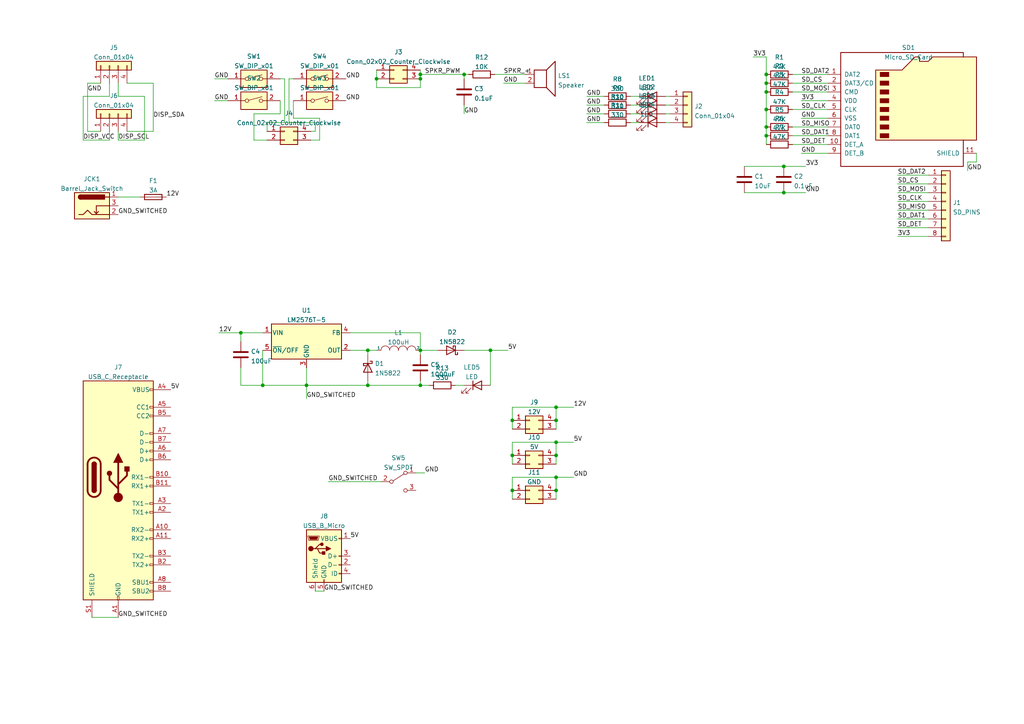
<source format=kicad_sch>
(kicad_sch (version 20211123) (generator eeschema)

  (uuid b95b05e0-f4d3-4d9b-af83-67b8c75d61e0)

  (paper "A4")

  (lib_symbols
    (symbol "Connector:Barrel_Jack_Switch" (pin_names hide) (in_bom yes) (on_board yes)
      (property "Reference" "J" (id 0) (at 0 5.334 0)
        (effects (font (size 1.27 1.27)))
      )
      (property "Value" "Barrel_Jack_Switch" (id 1) (at 0 -5.08 0)
        (effects (font (size 1.27 1.27)))
      )
      (property "Footprint" "" (id 2) (at 1.27 -1.016 0)
        (effects (font (size 1.27 1.27)) hide)
      )
      (property "Datasheet" "~" (id 3) (at 1.27 -1.016 0)
        (effects (font (size 1.27 1.27)) hide)
      )
      (property "ki_keywords" "DC power barrel jack connector" (id 4) (at 0 0 0)
        (effects (font (size 1.27 1.27)) hide)
      )
      (property "ki_description" "DC Barrel Jack with an internal switch" (id 5) (at 0 0 0)
        (effects (font (size 1.27 1.27)) hide)
      )
      (property "ki_fp_filters" "BarrelJack*" (id 6) (at 0 0 0)
        (effects (font (size 1.27 1.27)) hide)
      )
      (symbol "Barrel_Jack_Switch_0_1"
        (rectangle (start -5.08 3.81) (end 5.08 -3.81)
          (stroke (width 0.254) (type default) (color 0 0 0 0))
          (fill (type background))
        )
        (arc (start -3.302 3.175) (mid -3.937 2.54) (end -3.302 1.905)
          (stroke (width 0.254) (type default) (color 0 0 0 0))
          (fill (type none))
        )
        (arc (start -3.302 3.175) (mid -3.937 2.54) (end -3.302 1.905)
          (stroke (width 0.254) (type default) (color 0 0 0 0))
          (fill (type outline))
        )
        (polyline
          (pts
            (xy 1.27 -2.286)
            (xy 1.905 -1.651)
          )
          (stroke (width 0.254) (type default) (color 0 0 0 0))
          (fill (type none))
        )
        (polyline
          (pts
            (xy 5.08 2.54)
            (xy 3.81 2.54)
          )
          (stroke (width 0.254) (type default) (color 0 0 0 0))
          (fill (type none))
        )
        (polyline
          (pts
            (xy 5.08 0)
            (xy 1.27 0)
            (xy 1.27 -2.286)
            (xy 0.635 -1.651)
          )
          (stroke (width 0.254) (type default) (color 0 0 0 0))
          (fill (type none))
        )
        (polyline
          (pts
            (xy -3.81 -2.54)
            (xy -2.54 -2.54)
            (xy -1.27 -1.27)
            (xy 0 -2.54)
            (xy 2.54 -2.54)
            (xy 5.08 -2.54)
          )
          (stroke (width 0.254) (type default) (color 0 0 0 0))
          (fill (type none))
        )
        (rectangle (start 3.683 3.175) (end -3.302 1.905)
          (stroke (width 0.254) (type default) (color 0 0 0 0))
          (fill (type outline))
        )
      )
      (symbol "Barrel_Jack_Switch_1_1"
        (pin passive line (at 7.62 2.54 180) (length 2.54)
          (name "~" (effects (font (size 1.27 1.27))))
          (number "1" (effects (font (size 1.27 1.27))))
        )
        (pin passive line (at 7.62 -2.54 180) (length 2.54)
          (name "~" (effects (font (size 1.27 1.27))))
          (number "2" (effects (font (size 1.27 1.27))))
        )
        (pin passive line (at 7.62 0 180) (length 2.54)
          (name "~" (effects (font (size 1.27 1.27))))
          (number "3" (effects (font (size 1.27 1.27))))
        )
      )
    )
    (symbol "Connector:Micro_SD_Card_Det" (pin_names (offset 1.016)) (in_bom yes) (on_board yes)
      (property "Reference" "J" (id 0) (at -16.51 17.78 0)
        (effects (font (size 1.27 1.27)))
      )
      (property "Value" "Micro_SD_Card_Det" (id 1) (at 16.51 17.78 0)
        (effects (font (size 1.27 1.27)) (justify right))
      )
      (property "Footprint" "" (id 2) (at 52.07 17.78 0)
        (effects (font (size 1.27 1.27)) hide)
      )
      (property "Datasheet" "https://www.hirose.com/product/en/download_file/key_name/DM3/category/Catalog/doc_file_id/49662/?file_category_id=4&item_id=195&is_series=1" (id 3) (at 0 2.54 0)
        (effects (font (size 1.27 1.27)) hide)
      )
      (property "ki_keywords" "connector SD microsd" (id 4) (at 0 0 0)
        (effects (font (size 1.27 1.27)) hide)
      )
      (property "ki_description" "Micro SD Card Socket with card detection pins" (id 5) (at 0 0 0)
        (effects (font (size 1.27 1.27)) hide)
      )
      (property "ki_fp_filters" "microSD*" (id 6) (at 0 0 0)
        (effects (font (size 1.27 1.27)) hide)
      )
      (symbol "Micro_SD_Card_Det_0_1"
        (rectangle (start -7.62 -6.985) (end -5.08 -8.255)
          (stroke (width 0) (type default) (color 0 0 0 0))
          (fill (type outline))
        )
        (rectangle (start -7.62 -4.445) (end -5.08 -5.715)
          (stroke (width 0) (type default) (color 0 0 0 0))
          (fill (type outline))
        )
        (rectangle (start -7.62 -1.905) (end -5.08 -3.175)
          (stroke (width 0) (type default) (color 0 0 0 0))
          (fill (type outline))
        )
        (rectangle (start -7.62 0.635) (end -5.08 -0.635)
          (stroke (width 0) (type default) (color 0 0 0 0))
          (fill (type outline))
        )
        (rectangle (start -7.62 3.175) (end -5.08 1.905)
          (stroke (width 0) (type default) (color 0 0 0 0))
          (fill (type outline))
        )
        (rectangle (start -7.62 5.715) (end -5.08 4.445)
          (stroke (width 0) (type default) (color 0 0 0 0))
          (fill (type outline))
        )
        (rectangle (start -7.62 8.255) (end -5.08 6.985)
          (stroke (width 0) (type default) (color 0 0 0 0))
          (fill (type outline))
        )
        (rectangle (start -7.62 10.795) (end -5.08 9.525)
          (stroke (width 0) (type default) (color 0 0 0 0))
          (fill (type outline))
        )
        (polyline
          (pts
            (xy 16.51 15.24)
            (xy 16.51 16.51)
            (xy -19.05 16.51)
            (xy -19.05 -16.51)
            (xy 16.51 -16.51)
            (xy 16.51 -8.89)
          )
          (stroke (width 0.254) (type default) (color 0 0 0 0))
          (fill (type none))
        )
        (polyline
          (pts
            (xy -8.89 -8.89)
            (xy -8.89 11.43)
            (xy -1.27 11.43)
            (xy 2.54 15.24)
            (xy 3.81 15.24)
            (xy 3.81 13.97)
            (xy 6.35 13.97)
            (xy 7.62 15.24)
            (xy 20.32 15.24)
            (xy 20.32 -8.89)
            (xy -8.89 -8.89)
          )
          (stroke (width 0.254) (type default) (color 0 0 0 0))
          (fill (type background))
        )
      )
      (symbol "Micro_SD_Card_Det_1_1"
        (pin bidirectional line (at -22.86 10.16 0) (length 3.81)
          (name "DAT2" (effects (font (size 1.27 1.27))))
          (number "1" (effects (font (size 1.27 1.27))))
        )
        (pin passive line (at -22.86 -10.16 0) (length 3.81)
          (name "DET_A" (effects (font (size 1.27 1.27))))
          (number "10" (effects (font (size 1.27 1.27))))
        )
        (pin passive line (at 20.32 -12.7 180) (length 3.81)
          (name "SHIELD" (effects (font (size 1.27 1.27))))
          (number "11" (effects (font (size 1.27 1.27))))
        )
        (pin bidirectional line (at -22.86 7.62 0) (length 3.81)
          (name "DAT3/CD" (effects (font (size 1.27 1.27))))
          (number "2" (effects (font (size 1.27 1.27))))
        )
        (pin input line (at -22.86 5.08 0) (length 3.81)
          (name "CMD" (effects (font (size 1.27 1.27))))
          (number "3" (effects (font (size 1.27 1.27))))
        )
        (pin power_in line (at -22.86 2.54 0) (length 3.81)
          (name "VDD" (effects (font (size 1.27 1.27))))
          (number "4" (effects (font (size 1.27 1.27))))
        )
        (pin input line (at -22.86 0 0) (length 3.81)
          (name "CLK" (effects (font (size 1.27 1.27))))
          (number "5" (effects (font (size 1.27 1.27))))
        )
        (pin power_in line (at -22.86 -2.54 0) (length 3.81)
          (name "VSS" (effects (font (size 1.27 1.27))))
          (number "6" (effects (font (size 1.27 1.27))))
        )
        (pin bidirectional line (at -22.86 -5.08 0) (length 3.81)
          (name "DAT0" (effects (font (size 1.27 1.27))))
          (number "7" (effects (font (size 1.27 1.27))))
        )
        (pin bidirectional line (at -22.86 -7.62 0) (length 3.81)
          (name "DAT1" (effects (font (size 1.27 1.27))))
          (number "8" (effects (font (size 1.27 1.27))))
        )
        (pin passive line (at -22.86 -12.7 0) (length 3.81)
          (name "DET_B" (effects (font (size 1.27 1.27))))
          (number "9" (effects (font (size 1.27 1.27))))
        )
      )
    )
    (symbol "Connector:USB_B_Micro" (pin_names (offset 1.016)) (in_bom yes) (on_board yes)
      (property "Reference" "J" (id 0) (at -5.08 11.43 0)
        (effects (font (size 1.27 1.27)) (justify left))
      )
      (property "Value" "USB_B_Micro" (id 1) (at -5.08 8.89 0)
        (effects (font (size 1.27 1.27)) (justify left))
      )
      (property "Footprint" "" (id 2) (at 3.81 -1.27 0)
        (effects (font (size 1.27 1.27)) hide)
      )
      (property "Datasheet" "~" (id 3) (at 3.81 -1.27 0)
        (effects (font (size 1.27 1.27)) hide)
      )
      (property "ki_keywords" "connector USB micro" (id 4) (at 0 0 0)
        (effects (font (size 1.27 1.27)) hide)
      )
      (property "ki_description" "USB Micro Type B connector" (id 5) (at 0 0 0)
        (effects (font (size 1.27 1.27)) hide)
      )
      (property "ki_fp_filters" "USB*" (id 6) (at 0 0 0)
        (effects (font (size 1.27 1.27)) hide)
      )
      (symbol "USB_B_Micro_0_1"
        (rectangle (start -5.08 -7.62) (end 5.08 7.62)
          (stroke (width 0.254) (type default) (color 0 0 0 0))
          (fill (type background))
        )
        (circle (center -3.81 2.159) (radius 0.635)
          (stroke (width 0.254) (type default) (color 0 0 0 0))
          (fill (type outline))
        )
        (circle (center -0.635 3.429) (radius 0.381)
          (stroke (width 0.254) (type default) (color 0 0 0 0))
          (fill (type outline))
        )
        (rectangle (start -0.127 -7.62) (end 0.127 -6.858)
          (stroke (width 0) (type default) (color 0 0 0 0))
          (fill (type none))
        )
        (polyline
          (pts
            (xy -1.905 2.159)
            (xy 0.635 2.159)
          )
          (stroke (width 0.254) (type default) (color 0 0 0 0))
          (fill (type none))
        )
        (polyline
          (pts
            (xy -3.175 2.159)
            (xy -2.54 2.159)
            (xy -1.27 3.429)
            (xy -0.635 3.429)
          )
          (stroke (width 0.254) (type default) (color 0 0 0 0))
          (fill (type none))
        )
        (polyline
          (pts
            (xy -2.54 2.159)
            (xy -1.905 2.159)
            (xy -1.27 0.889)
            (xy 0 0.889)
          )
          (stroke (width 0.254) (type default) (color 0 0 0 0))
          (fill (type none))
        )
        (polyline
          (pts
            (xy 0.635 2.794)
            (xy 0.635 1.524)
            (xy 1.905 2.159)
            (xy 0.635 2.794)
          )
          (stroke (width 0.254) (type default) (color 0 0 0 0))
          (fill (type outline))
        )
        (polyline
          (pts
            (xy -4.318 5.588)
            (xy -1.778 5.588)
            (xy -2.032 4.826)
            (xy -4.064 4.826)
            (xy -4.318 5.588)
          )
          (stroke (width 0) (type default) (color 0 0 0 0))
          (fill (type outline))
        )
        (polyline
          (pts
            (xy -4.699 5.842)
            (xy -4.699 5.588)
            (xy -4.445 4.826)
            (xy -4.445 4.572)
            (xy -1.651 4.572)
            (xy -1.651 4.826)
            (xy -1.397 5.588)
            (xy -1.397 5.842)
            (xy -4.699 5.842)
          )
          (stroke (width 0) (type default) (color 0 0 0 0))
          (fill (type none))
        )
        (rectangle (start 0.254 1.27) (end -0.508 0.508)
          (stroke (width 0.254) (type default) (color 0 0 0 0))
          (fill (type outline))
        )
        (rectangle (start 5.08 -5.207) (end 4.318 -4.953)
          (stroke (width 0) (type default) (color 0 0 0 0))
          (fill (type none))
        )
        (rectangle (start 5.08 -2.667) (end 4.318 -2.413)
          (stroke (width 0) (type default) (color 0 0 0 0))
          (fill (type none))
        )
        (rectangle (start 5.08 -0.127) (end 4.318 0.127)
          (stroke (width 0) (type default) (color 0 0 0 0))
          (fill (type none))
        )
        (rectangle (start 5.08 4.953) (end 4.318 5.207)
          (stroke (width 0) (type default) (color 0 0 0 0))
          (fill (type none))
        )
      )
      (symbol "USB_B_Micro_1_1"
        (pin power_out line (at 7.62 5.08 180) (length 2.54)
          (name "VBUS" (effects (font (size 1.27 1.27))))
          (number "1" (effects (font (size 1.27 1.27))))
        )
        (pin bidirectional line (at 7.62 -2.54 180) (length 2.54)
          (name "D-" (effects (font (size 1.27 1.27))))
          (number "2" (effects (font (size 1.27 1.27))))
        )
        (pin bidirectional line (at 7.62 0 180) (length 2.54)
          (name "D+" (effects (font (size 1.27 1.27))))
          (number "3" (effects (font (size 1.27 1.27))))
        )
        (pin passive line (at 7.62 -5.08 180) (length 2.54)
          (name "ID" (effects (font (size 1.27 1.27))))
          (number "4" (effects (font (size 1.27 1.27))))
        )
        (pin power_out line (at 0 -10.16 90) (length 2.54)
          (name "GND" (effects (font (size 1.27 1.27))))
          (number "5" (effects (font (size 1.27 1.27))))
        )
        (pin passive line (at -2.54 -10.16 90) (length 2.54)
          (name "Shield" (effects (font (size 1.27 1.27))))
          (number "6" (effects (font (size 1.27 1.27))))
        )
      )
    )
    (symbol "Connector:USB_C_Receptacle" (pin_names (offset 1.016)) (in_bom yes) (on_board yes)
      (property "Reference" "J" (id 0) (at -10.16 29.21 0)
        (effects (font (size 1.27 1.27)) (justify left))
      )
      (property "Value" "USB_C_Receptacle" (id 1) (at 10.16 29.21 0)
        (effects (font (size 1.27 1.27)) (justify right))
      )
      (property "Footprint" "" (id 2) (at 3.81 0 0)
        (effects (font (size 1.27 1.27)) hide)
      )
      (property "Datasheet" "https://www.usb.org/sites/default/files/documents/usb_type-c.zip" (id 3) (at 3.81 0 0)
        (effects (font (size 1.27 1.27)) hide)
      )
      (property "ki_keywords" "usb universal serial bus type-C full-featured" (id 4) (at 0 0 0)
        (effects (font (size 1.27 1.27)) hide)
      )
      (property "ki_description" "USB Full-Featured Type-C Receptacle connector" (id 5) (at 0 0 0)
        (effects (font (size 1.27 1.27)) hide)
      )
      (property "ki_fp_filters" "USB*C*Receptacle*" (id 6) (at 0 0 0)
        (effects (font (size 1.27 1.27)) hide)
      )
      (symbol "USB_C_Receptacle_0_0"
        (rectangle (start -0.254 -35.56) (end 0.254 -34.544)
          (stroke (width 0) (type default) (color 0 0 0 0))
          (fill (type none))
        )
        (rectangle (start 10.16 -32.766) (end 9.144 -33.274)
          (stroke (width 0) (type default) (color 0 0 0 0))
          (fill (type none))
        )
        (rectangle (start 10.16 -30.226) (end 9.144 -30.734)
          (stroke (width 0) (type default) (color 0 0 0 0))
          (fill (type none))
        )
        (rectangle (start 10.16 -25.146) (end 9.144 -25.654)
          (stroke (width 0) (type default) (color 0 0 0 0))
          (fill (type none))
        )
        (rectangle (start 10.16 -22.606) (end 9.144 -23.114)
          (stroke (width 0) (type default) (color 0 0 0 0))
          (fill (type none))
        )
        (rectangle (start 10.16 -17.526) (end 9.144 -18.034)
          (stroke (width 0) (type default) (color 0 0 0 0))
          (fill (type none))
        )
        (rectangle (start 10.16 -14.986) (end 9.144 -15.494)
          (stroke (width 0) (type default) (color 0 0 0 0))
          (fill (type none))
        )
        (rectangle (start 10.16 -9.906) (end 9.144 -10.414)
          (stroke (width 0) (type default) (color 0 0 0 0))
          (fill (type none))
        )
        (rectangle (start 10.16 -7.366) (end 9.144 -7.874)
          (stroke (width 0) (type default) (color 0 0 0 0))
          (fill (type none))
        )
        (rectangle (start 10.16 -2.286) (end 9.144 -2.794)
          (stroke (width 0) (type default) (color 0 0 0 0))
          (fill (type none))
        )
        (rectangle (start 10.16 0.254) (end 9.144 -0.254)
          (stroke (width 0) (type default) (color 0 0 0 0))
          (fill (type none))
        )
        (rectangle (start 10.16 5.334) (end 9.144 4.826)
          (stroke (width 0) (type default) (color 0 0 0 0))
          (fill (type none))
        )
        (rectangle (start 10.16 7.874) (end 9.144 7.366)
          (stroke (width 0) (type default) (color 0 0 0 0))
          (fill (type none))
        )
        (rectangle (start 10.16 10.414) (end 9.144 9.906)
          (stroke (width 0) (type default) (color 0 0 0 0))
          (fill (type none))
        )
        (rectangle (start 10.16 12.954) (end 9.144 12.446)
          (stroke (width 0) (type default) (color 0 0 0 0))
          (fill (type none))
        )
        (rectangle (start 10.16 18.034) (end 9.144 17.526)
          (stroke (width 0) (type default) (color 0 0 0 0))
          (fill (type none))
        )
        (rectangle (start 10.16 20.574) (end 9.144 20.066)
          (stroke (width 0) (type default) (color 0 0 0 0))
          (fill (type none))
        )
        (rectangle (start 10.16 25.654) (end 9.144 25.146)
          (stroke (width 0) (type default) (color 0 0 0 0))
          (fill (type none))
        )
      )
      (symbol "USB_C_Receptacle_0_1"
        (rectangle (start -10.16 27.94) (end 10.16 -35.56)
          (stroke (width 0.254) (type default) (color 0 0 0 0))
          (fill (type background))
        )
        (arc (start -8.89 -3.81) (mid -6.985 -5.715) (end -5.08 -3.81)
          (stroke (width 0.508) (type default) (color 0 0 0 0))
          (fill (type none))
        )
        (arc (start -7.62 -3.81) (mid -6.985 -4.445) (end -6.35 -3.81)
          (stroke (width 0.254) (type default) (color 0 0 0 0))
          (fill (type none))
        )
        (arc (start -7.62 -3.81) (mid -6.985 -4.445) (end -6.35 -3.81)
          (stroke (width 0.254) (type default) (color 0 0 0 0))
          (fill (type outline))
        )
        (rectangle (start -7.62 -3.81) (end -6.35 3.81)
          (stroke (width 0.254) (type default) (color 0 0 0 0))
          (fill (type outline))
        )
        (arc (start -6.35 3.81) (mid -6.985 4.445) (end -7.62 3.81)
          (stroke (width 0.254) (type default) (color 0 0 0 0))
          (fill (type none))
        )
        (arc (start -6.35 3.81) (mid -6.985 4.445) (end -7.62 3.81)
          (stroke (width 0.254) (type default) (color 0 0 0 0))
          (fill (type outline))
        )
        (arc (start -5.08 3.81) (mid -6.985 5.715) (end -8.89 3.81)
          (stroke (width 0.508) (type default) (color 0 0 0 0))
          (fill (type none))
        )
        (polyline
          (pts
            (xy -8.89 -3.81)
            (xy -8.89 3.81)
          )
          (stroke (width 0.508) (type default) (color 0 0 0 0))
          (fill (type none))
        )
        (polyline
          (pts
            (xy -5.08 3.81)
            (xy -5.08 -3.81)
          )
          (stroke (width 0.508) (type default) (color 0 0 0 0))
          (fill (type none))
        )
      )
      (symbol "USB_C_Receptacle_1_1"
        (circle (center -2.54 1.143) (radius 0.635)
          (stroke (width 0.254) (type default) (color 0 0 0 0))
          (fill (type outline))
        )
        (circle (center 0 -5.842) (radius 1.27)
          (stroke (width 0) (type default) (color 0 0 0 0))
          (fill (type outline))
        )
        (polyline
          (pts
            (xy 0 -5.842)
            (xy 0 4.318)
          )
          (stroke (width 0.508) (type default) (color 0 0 0 0))
          (fill (type none))
        )
        (polyline
          (pts
            (xy 0 -3.302)
            (xy -2.54 -0.762)
            (xy -2.54 0.508)
          )
          (stroke (width 0.508) (type default) (color 0 0 0 0))
          (fill (type none))
        )
        (polyline
          (pts
            (xy 0 -2.032)
            (xy 2.54 0.508)
            (xy 2.54 1.778)
          )
          (stroke (width 0.508) (type default) (color 0 0 0 0))
          (fill (type none))
        )
        (polyline
          (pts
            (xy -1.27 4.318)
            (xy 0 6.858)
            (xy 1.27 4.318)
            (xy -1.27 4.318)
          )
          (stroke (width 0.254) (type default) (color 0 0 0 0))
          (fill (type outline))
        )
        (rectangle (start 1.905 1.778) (end 3.175 3.048)
          (stroke (width 0.254) (type default) (color 0 0 0 0))
          (fill (type outline))
        )
        (pin passive line (at 0 -40.64 90) (length 5.08)
          (name "GND" (effects (font (size 1.27 1.27))))
          (number "A1" (effects (font (size 1.27 1.27))))
        )
        (pin bidirectional line (at 15.24 -15.24 180) (length 5.08)
          (name "RX2-" (effects (font (size 1.27 1.27))))
          (number "A10" (effects (font (size 1.27 1.27))))
        )
        (pin bidirectional line (at 15.24 -17.78 180) (length 5.08)
          (name "RX2+" (effects (font (size 1.27 1.27))))
          (number "A11" (effects (font (size 1.27 1.27))))
        )
        (pin passive line (at 0 -40.64 90) (length 5.08) hide
          (name "GND" (effects (font (size 1.27 1.27))))
          (number "A12" (effects (font (size 1.27 1.27))))
        )
        (pin bidirectional line (at 15.24 -10.16 180) (length 5.08)
          (name "TX1+" (effects (font (size 1.27 1.27))))
          (number "A2" (effects (font (size 1.27 1.27))))
        )
        (pin bidirectional line (at 15.24 -7.62 180) (length 5.08)
          (name "TX1-" (effects (font (size 1.27 1.27))))
          (number "A3" (effects (font (size 1.27 1.27))))
        )
        (pin passive line (at 15.24 25.4 180) (length 5.08)
          (name "VBUS" (effects (font (size 1.27 1.27))))
          (number "A4" (effects (font (size 1.27 1.27))))
        )
        (pin bidirectional line (at 15.24 20.32 180) (length 5.08)
          (name "CC1" (effects (font (size 1.27 1.27))))
          (number "A5" (effects (font (size 1.27 1.27))))
        )
        (pin bidirectional line (at 15.24 7.62 180) (length 5.08)
          (name "D+" (effects (font (size 1.27 1.27))))
          (number "A6" (effects (font (size 1.27 1.27))))
        )
        (pin bidirectional line (at 15.24 12.7 180) (length 5.08)
          (name "D-" (effects (font (size 1.27 1.27))))
          (number "A7" (effects (font (size 1.27 1.27))))
        )
        (pin bidirectional line (at 15.24 -30.48 180) (length 5.08)
          (name "SBU1" (effects (font (size 1.27 1.27))))
          (number "A8" (effects (font (size 1.27 1.27))))
        )
        (pin passive line (at 15.24 25.4 180) (length 5.08) hide
          (name "VBUS" (effects (font (size 1.27 1.27))))
          (number "A9" (effects (font (size 1.27 1.27))))
        )
        (pin passive line (at 0 -40.64 90) (length 5.08) hide
          (name "GND" (effects (font (size 1.27 1.27))))
          (number "B1" (effects (font (size 1.27 1.27))))
        )
        (pin bidirectional line (at 15.24 0 180) (length 5.08)
          (name "RX1-" (effects (font (size 1.27 1.27))))
          (number "B10" (effects (font (size 1.27 1.27))))
        )
        (pin bidirectional line (at 15.24 -2.54 180) (length 5.08)
          (name "RX1+" (effects (font (size 1.27 1.27))))
          (number "B11" (effects (font (size 1.27 1.27))))
        )
        (pin passive line (at 0 -40.64 90) (length 5.08) hide
          (name "GND" (effects (font (size 1.27 1.27))))
          (number "B12" (effects (font (size 1.27 1.27))))
        )
        (pin bidirectional line (at 15.24 -25.4 180) (length 5.08)
          (name "TX2+" (effects (font (size 1.27 1.27))))
          (number "B2" (effects (font (size 1.27 1.27))))
        )
        (pin bidirectional line (at 15.24 -22.86 180) (length 5.08)
          (name "TX2-" (effects (font (size 1.27 1.27))))
          (number "B3" (effects (font (size 1.27 1.27))))
        )
        (pin passive line (at 15.24 25.4 180) (length 5.08) hide
          (name "VBUS" (effects (font (size 1.27 1.27))))
          (number "B4" (effects (font (size 1.27 1.27))))
        )
        (pin bidirectional line (at 15.24 17.78 180) (length 5.08)
          (name "CC2" (effects (font (size 1.27 1.27))))
          (number "B5" (effects (font (size 1.27 1.27))))
        )
        (pin bidirectional line (at 15.24 5.08 180) (length 5.08)
          (name "D+" (effects (font (size 1.27 1.27))))
          (number "B6" (effects (font (size 1.27 1.27))))
        )
        (pin bidirectional line (at 15.24 10.16 180) (length 5.08)
          (name "D-" (effects (font (size 1.27 1.27))))
          (number "B7" (effects (font (size 1.27 1.27))))
        )
        (pin bidirectional line (at 15.24 -33.02 180) (length 5.08)
          (name "SBU2" (effects (font (size 1.27 1.27))))
          (number "B8" (effects (font (size 1.27 1.27))))
        )
        (pin passive line (at 15.24 25.4 180) (length 5.08) hide
          (name "VBUS" (effects (font (size 1.27 1.27))))
          (number "B9" (effects (font (size 1.27 1.27))))
        )
        (pin passive line (at -7.62 -40.64 90) (length 5.08)
          (name "SHIELD" (effects (font (size 1.27 1.27))))
          (number "S1" (effects (font (size 1.27 1.27))))
        )
      )
    )
    (symbol "Connector_Generic:Conn_01x04" (pin_names (offset 1.016) hide) (in_bom yes) (on_board yes)
      (property "Reference" "J" (id 0) (at 0 5.08 0)
        (effects (font (size 1.27 1.27)))
      )
      (property "Value" "Conn_01x04" (id 1) (at 0 -7.62 0)
        (effects (font (size 1.27 1.27)))
      )
      (property "Footprint" "" (id 2) (at 0 0 0)
        (effects (font (size 1.27 1.27)) hide)
      )
      (property "Datasheet" "~" (id 3) (at 0 0 0)
        (effects (font (size 1.27 1.27)) hide)
      )
      (property "ki_keywords" "connector" (id 4) (at 0 0 0)
        (effects (font (size 1.27 1.27)) hide)
      )
      (property "ki_description" "Generic connector, single row, 01x04, script generated (kicad-library-utils/schlib/autogen/connector/)" (id 5) (at 0 0 0)
        (effects (font (size 1.27 1.27)) hide)
      )
      (property "ki_fp_filters" "Connector*:*_1x??_*" (id 6) (at 0 0 0)
        (effects (font (size 1.27 1.27)) hide)
      )
      (symbol "Conn_01x04_1_1"
        (rectangle (start -1.27 -4.953) (end 0 -5.207)
          (stroke (width 0.1524) (type default) (color 0 0 0 0))
          (fill (type none))
        )
        (rectangle (start -1.27 -2.413) (end 0 -2.667)
          (stroke (width 0.1524) (type default) (color 0 0 0 0))
          (fill (type none))
        )
        (rectangle (start -1.27 0.127) (end 0 -0.127)
          (stroke (width 0.1524) (type default) (color 0 0 0 0))
          (fill (type none))
        )
        (rectangle (start -1.27 2.667) (end 0 2.413)
          (stroke (width 0.1524) (type default) (color 0 0 0 0))
          (fill (type none))
        )
        (rectangle (start -1.27 3.81) (end 1.27 -6.35)
          (stroke (width 0.254) (type default) (color 0 0 0 0))
          (fill (type background))
        )
        (pin passive line (at -5.08 2.54 0) (length 3.81)
          (name "Pin_1" (effects (font (size 1.27 1.27))))
          (number "1" (effects (font (size 1.27 1.27))))
        )
        (pin passive line (at -5.08 0 0) (length 3.81)
          (name "Pin_2" (effects (font (size 1.27 1.27))))
          (number "2" (effects (font (size 1.27 1.27))))
        )
        (pin passive line (at -5.08 -2.54 0) (length 3.81)
          (name "Pin_3" (effects (font (size 1.27 1.27))))
          (number "3" (effects (font (size 1.27 1.27))))
        )
        (pin passive line (at -5.08 -5.08 0) (length 3.81)
          (name "Pin_4" (effects (font (size 1.27 1.27))))
          (number "4" (effects (font (size 1.27 1.27))))
        )
      )
    )
    (symbol "Connector_Generic:Conn_01x08" (pin_names (offset 1.016) hide) (in_bom yes) (on_board yes)
      (property "Reference" "J" (id 0) (at 0 10.16 0)
        (effects (font (size 1.27 1.27)))
      )
      (property "Value" "Conn_01x08" (id 1) (at 0 -12.7 0)
        (effects (font (size 1.27 1.27)))
      )
      (property "Footprint" "" (id 2) (at 0 0 0)
        (effects (font (size 1.27 1.27)) hide)
      )
      (property "Datasheet" "~" (id 3) (at 0 0 0)
        (effects (font (size 1.27 1.27)) hide)
      )
      (property "ki_keywords" "connector" (id 4) (at 0 0 0)
        (effects (font (size 1.27 1.27)) hide)
      )
      (property "ki_description" "Generic connector, single row, 01x08, script generated (kicad-library-utils/schlib/autogen/connector/)" (id 5) (at 0 0 0)
        (effects (font (size 1.27 1.27)) hide)
      )
      (property "ki_fp_filters" "Connector*:*_1x??_*" (id 6) (at 0 0 0)
        (effects (font (size 1.27 1.27)) hide)
      )
      (symbol "Conn_01x08_1_1"
        (rectangle (start -1.27 -10.033) (end 0 -10.287)
          (stroke (width 0.1524) (type default) (color 0 0 0 0))
          (fill (type none))
        )
        (rectangle (start -1.27 -7.493) (end 0 -7.747)
          (stroke (width 0.1524) (type default) (color 0 0 0 0))
          (fill (type none))
        )
        (rectangle (start -1.27 -4.953) (end 0 -5.207)
          (stroke (width 0.1524) (type default) (color 0 0 0 0))
          (fill (type none))
        )
        (rectangle (start -1.27 -2.413) (end 0 -2.667)
          (stroke (width 0.1524) (type default) (color 0 0 0 0))
          (fill (type none))
        )
        (rectangle (start -1.27 0.127) (end 0 -0.127)
          (stroke (width 0.1524) (type default) (color 0 0 0 0))
          (fill (type none))
        )
        (rectangle (start -1.27 2.667) (end 0 2.413)
          (stroke (width 0.1524) (type default) (color 0 0 0 0))
          (fill (type none))
        )
        (rectangle (start -1.27 5.207) (end 0 4.953)
          (stroke (width 0.1524) (type default) (color 0 0 0 0))
          (fill (type none))
        )
        (rectangle (start -1.27 7.747) (end 0 7.493)
          (stroke (width 0.1524) (type default) (color 0 0 0 0))
          (fill (type none))
        )
        (rectangle (start -1.27 8.89) (end 1.27 -11.43)
          (stroke (width 0.254) (type default) (color 0 0 0 0))
          (fill (type background))
        )
        (pin passive line (at -5.08 7.62 0) (length 3.81)
          (name "Pin_1" (effects (font (size 1.27 1.27))))
          (number "1" (effects (font (size 1.27 1.27))))
        )
        (pin passive line (at -5.08 5.08 0) (length 3.81)
          (name "Pin_2" (effects (font (size 1.27 1.27))))
          (number "2" (effects (font (size 1.27 1.27))))
        )
        (pin passive line (at -5.08 2.54 0) (length 3.81)
          (name "Pin_3" (effects (font (size 1.27 1.27))))
          (number "3" (effects (font (size 1.27 1.27))))
        )
        (pin passive line (at -5.08 0 0) (length 3.81)
          (name "Pin_4" (effects (font (size 1.27 1.27))))
          (number "4" (effects (font (size 1.27 1.27))))
        )
        (pin passive line (at -5.08 -2.54 0) (length 3.81)
          (name "Pin_5" (effects (font (size 1.27 1.27))))
          (number "5" (effects (font (size 1.27 1.27))))
        )
        (pin passive line (at -5.08 -5.08 0) (length 3.81)
          (name "Pin_6" (effects (font (size 1.27 1.27))))
          (number "6" (effects (font (size 1.27 1.27))))
        )
        (pin passive line (at -5.08 -7.62 0) (length 3.81)
          (name "Pin_7" (effects (font (size 1.27 1.27))))
          (number "7" (effects (font (size 1.27 1.27))))
        )
        (pin passive line (at -5.08 -10.16 0) (length 3.81)
          (name "Pin_8" (effects (font (size 1.27 1.27))))
          (number "8" (effects (font (size 1.27 1.27))))
        )
      )
    )
    (symbol "Connector_Generic:Conn_02x02_Counter_Clockwise" (pin_names (offset 1.016) hide) (in_bom yes) (on_board yes)
      (property "Reference" "J" (id 0) (at 1.27 2.54 0)
        (effects (font (size 1.27 1.27)))
      )
      (property "Value" "Conn_02x02_Counter_Clockwise" (id 1) (at 1.27 -5.08 0)
        (effects (font (size 1.27 1.27)))
      )
      (property "Footprint" "" (id 2) (at 0 0 0)
        (effects (font (size 1.27 1.27)) hide)
      )
      (property "Datasheet" "~" (id 3) (at 0 0 0)
        (effects (font (size 1.27 1.27)) hide)
      )
      (property "ki_keywords" "connector" (id 4) (at 0 0 0)
        (effects (font (size 1.27 1.27)) hide)
      )
      (property "ki_description" "Generic connector, double row, 02x02, counter clockwise pin numbering scheme (similar to DIP packge numbering), script generated (kicad-library-utils/schlib/autogen/connector/)" (id 5) (at 0 0 0)
        (effects (font (size 1.27 1.27)) hide)
      )
      (property "ki_fp_filters" "Connector*:*_2x??_*" (id 6) (at 0 0 0)
        (effects (font (size 1.27 1.27)) hide)
      )
      (symbol "Conn_02x02_Counter_Clockwise_1_1"
        (rectangle (start -1.27 -2.413) (end 0 -2.667)
          (stroke (width 0.1524) (type default) (color 0 0 0 0))
          (fill (type none))
        )
        (rectangle (start -1.27 0.127) (end 0 -0.127)
          (stroke (width 0.1524) (type default) (color 0 0 0 0))
          (fill (type none))
        )
        (rectangle (start -1.27 1.27) (end 3.81 -3.81)
          (stroke (width 0.254) (type default) (color 0 0 0 0))
          (fill (type background))
        )
        (rectangle (start 3.81 -2.413) (end 2.54 -2.667)
          (stroke (width 0.1524) (type default) (color 0 0 0 0))
          (fill (type none))
        )
        (rectangle (start 3.81 0.127) (end 2.54 -0.127)
          (stroke (width 0.1524) (type default) (color 0 0 0 0))
          (fill (type none))
        )
        (pin passive line (at -5.08 0 0) (length 3.81)
          (name "Pin_1" (effects (font (size 1.27 1.27))))
          (number "1" (effects (font (size 1.27 1.27))))
        )
        (pin passive line (at -5.08 -2.54 0) (length 3.81)
          (name "Pin_2" (effects (font (size 1.27 1.27))))
          (number "2" (effects (font (size 1.27 1.27))))
        )
        (pin passive line (at 7.62 -2.54 180) (length 3.81)
          (name "Pin_3" (effects (font (size 1.27 1.27))))
          (number "3" (effects (font (size 1.27 1.27))))
        )
        (pin passive line (at 7.62 0 180) (length 3.81)
          (name "Pin_4" (effects (font (size 1.27 1.27))))
          (number "4" (effects (font (size 1.27 1.27))))
        )
      )
    )
    (symbol "Device:C" (pin_numbers hide) (pin_names (offset 0.254)) (in_bom yes) (on_board yes)
      (property "Reference" "C" (id 0) (at 0.635 2.54 0)
        (effects (font (size 1.27 1.27)) (justify left))
      )
      (property "Value" "C" (id 1) (at 0.635 -2.54 0)
        (effects (font (size 1.27 1.27)) (justify left))
      )
      (property "Footprint" "" (id 2) (at 0.9652 -3.81 0)
        (effects (font (size 1.27 1.27)) hide)
      )
      (property "Datasheet" "~" (id 3) (at 0 0 0)
        (effects (font (size 1.27 1.27)) hide)
      )
      (property "ki_keywords" "cap capacitor" (id 4) (at 0 0 0)
        (effects (font (size 1.27 1.27)) hide)
      )
      (property "ki_description" "Unpolarized capacitor" (id 5) (at 0 0 0)
        (effects (font (size 1.27 1.27)) hide)
      )
      (property "ki_fp_filters" "C_*" (id 6) (at 0 0 0)
        (effects (font (size 1.27 1.27)) hide)
      )
      (symbol "C_0_1"
        (polyline
          (pts
            (xy -2.032 -0.762)
            (xy 2.032 -0.762)
          )
          (stroke (width 0.508) (type default) (color 0 0 0 0))
          (fill (type none))
        )
        (polyline
          (pts
            (xy -2.032 0.762)
            (xy 2.032 0.762)
          )
          (stroke (width 0.508) (type default) (color 0 0 0 0))
          (fill (type none))
        )
      )
      (symbol "C_1_1"
        (pin passive line (at 0 3.81 270) (length 2.794)
          (name "~" (effects (font (size 1.27 1.27))))
          (number "1" (effects (font (size 1.27 1.27))))
        )
        (pin passive line (at 0 -3.81 90) (length 2.794)
          (name "~" (effects (font (size 1.27 1.27))))
          (number "2" (effects (font (size 1.27 1.27))))
        )
      )
    )
    (symbol "Device:Fuse" (pin_numbers hide) (pin_names (offset 0)) (in_bom yes) (on_board yes)
      (property "Reference" "F" (id 0) (at 2.032 0 90)
        (effects (font (size 1.27 1.27)))
      )
      (property "Value" "Fuse" (id 1) (at -1.905 0 90)
        (effects (font (size 1.27 1.27)))
      )
      (property "Footprint" "" (id 2) (at -1.778 0 90)
        (effects (font (size 1.27 1.27)) hide)
      )
      (property "Datasheet" "~" (id 3) (at 0 0 0)
        (effects (font (size 1.27 1.27)) hide)
      )
      (property "ki_keywords" "fuse" (id 4) (at 0 0 0)
        (effects (font (size 1.27 1.27)) hide)
      )
      (property "ki_description" "Fuse" (id 5) (at 0 0 0)
        (effects (font (size 1.27 1.27)) hide)
      )
      (property "ki_fp_filters" "*Fuse*" (id 6) (at 0 0 0)
        (effects (font (size 1.27 1.27)) hide)
      )
      (symbol "Fuse_0_1"
        (rectangle (start -0.762 -2.54) (end 0.762 2.54)
          (stroke (width 0.254) (type default) (color 0 0 0 0))
          (fill (type none))
        )
        (polyline
          (pts
            (xy 0 2.54)
            (xy 0 -2.54)
          )
          (stroke (width 0) (type default) (color 0 0 0 0))
          (fill (type none))
        )
      )
      (symbol "Fuse_1_1"
        (pin passive line (at 0 3.81 270) (length 1.27)
          (name "~" (effects (font (size 1.27 1.27))))
          (number "1" (effects (font (size 1.27 1.27))))
        )
        (pin passive line (at 0 -3.81 90) (length 1.27)
          (name "~" (effects (font (size 1.27 1.27))))
          (number "2" (effects (font (size 1.27 1.27))))
        )
      )
    )
    (symbol "Device:LED" (pin_numbers hide) (pin_names (offset 1.016) hide) (in_bom yes) (on_board yes)
      (property "Reference" "D" (id 0) (at 0 2.54 0)
        (effects (font (size 1.27 1.27)))
      )
      (property "Value" "LED" (id 1) (at 0 -2.54 0)
        (effects (font (size 1.27 1.27)))
      )
      (property "Footprint" "" (id 2) (at 0 0 0)
        (effects (font (size 1.27 1.27)) hide)
      )
      (property "Datasheet" "~" (id 3) (at 0 0 0)
        (effects (font (size 1.27 1.27)) hide)
      )
      (property "ki_keywords" "LED diode" (id 4) (at 0 0 0)
        (effects (font (size 1.27 1.27)) hide)
      )
      (property "ki_description" "Light emitting diode" (id 5) (at 0 0 0)
        (effects (font (size 1.27 1.27)) hide)
      )
      (property "ki_fp_filters" "LED* LED_SMD:* LED_THT:*" (id 6) (at 0 0 0)
        (effects (font (size 1.27 1.27)) hide)
      )
      (symbol "LED_0_1"
        (polyline
          (pts
            (xy -1.27 -1.27)
            (xy -1.27 1.27)
          )
          (stroke (width 0.254) (type default) (color 0 0 0 0))
          (fill (type none))
        )
        (polyline
          (pts
            (xy -1.27 0)
            (xy 1.27 0)
          )
          (stroke (width 0) (type default) (color 0 0 0 0))
          (fill (type none))
        )
        (polyline
          (pts
            (xy 1.27 -1.27)
            (xy 1.27 1.27)
            (xy -1.27 0)
            (xy 1.27 -1.27)
          )
          (stroke (width 0.254) (type default) (color 0 0 0 0))
          (fill (type none))
        )
        (polyline
          (pts
            (xy -3.048 -0.762)
            (xy -4.572 -2.286)
            (xy -3.81 -2.286)
            (xy -4.572 -2.286)
            (xy -4.572 -1.524)
          )
          (stroke (width 0) (type default) (color 0 0 0 0))
          (fill (type none))
        )
        (polyline
          (pts
            (xy -1.778 -0.762)
            (xy -3.302 -2.286)
            (xy -2.54 -2.286)
            (xy -3.302 -2.286)
            (xy -3.302 -1.524)
          )
          (stroke (width 0) (type default) (color 0 0 0 0))
          (fill (type none))
        )
      )
      (symbol "LED_1_1"
        (pin passive line (at -3.81 0 0) (length 2.54)
          (name "K" (effects (font (size 1.27 1.27))))
          (number "1" (effects (font (size 1.27 1.27))))
        )
        (pin passive line (at 3.81 0 180) (length 2.54)
          (name "A" (effects (font (size 1.27 1.27))))
          (number "2" (effects (font (size 1.27 1.27))))
        )
      )
    )
    (symbol "Device:R" (pin_numbers hide) (pin_names (offset 0)) (in_bom yes) (on_board yes)
      (property "Reference" "R" (id 0) (at 2.032 0 90)
        (effects (font (size 1.27 1.27)))
      )
      (property "Value" "R" (id 1) (at 0 0 90)
        (effects (font (size 1.27 1.27)))
      )
      (property "Footprint" "" (id 2) (at -1.778 0 90)
        (effects (font (size 1.27 1.27)) hide)
      )
      (property "Datasheet" "~" (id 3) (at 0 0 0)
        (effects (font (size 1.27 1.27)) hide)
      )
      (property "ki_keywords" "R res resistor" (id 4) (at 0 0 0)
        (effects (font (size 1.27 1.27)) hide)
      )
      (property "ki_description" "Resistor" (id 5) (at 0 0 0)
        (effects (font (size 1.27 1.27)) hide)
      )
      (property "ki_fp_filters" "R_*" (id 6) (at 0 0 0)
        (effects (font (size 1.27 1.27)) hide)
      )
      (symbol "R_0_1"
        (rectangle (start -1.016 -2.54) (end 1.016 2.54)
          (stroke (width 0.254) (type default) (color 0 0 0 0))
          (fill (type none))
        )
      )
      (symbol "R_1_1"
        (pin passive line (at 0 3.81 270) (length 1.27)
          (name "~" (effects (font (size 1.27 1.27))))
          (number "1" (effects (font (size 1.27 1.27))))
        )
        (pin passive line (at 0 -3.81 90) (length 1.27)
          (name "~" (effects (font (size 1.27 1.27))))
          (number "2" (effects (font (size 1.27 1.27))))
        )
      )
    )
    (symbol "Device:Speaker" (pin_names (offset 0) hide) (in_bom yes) (on_board yes)
      (property "Reference" "LS" (id 0) (at 1.27 5.715 0)
        (effects (font (size 1.27 1.27)) (justify right))
      )
      (property "Value" "Speaker" (id 1) (at 1.27 3.81 0)
        (effects (font (size 1.27 1.27)) (justify right))
      )
      (property "Footprint" "" (id 2) (at 0 -5.08 0)
        (effects (font (size 1.27 1.27)) hide)
      )
      (property "Datasheet" "~" (id 3) (at -0.254 -1.27 0)
        (effects (font (size 1.27 1.27)) hide)
      )
      (property "ki_keywords" "speaker sound" (id 4) (at 0 0 0)
        (effects (font (size 1.27 1.27)) hide)
      )
      (property "ki_description" "Speaker" (id 5) (at 0 0 0)
        (effects (font (size 1.27 1.27)) hide)
      )
      (symbol "Speaker_0_0"
        (rectangle (start -2.54 1.27) (end 1.016 -3.81)
          (stroke (width 0.254) (type default) (color 0 0 0 0))
          (fill (type none))
        )
        (polyline
          (pts
            (xy 1.016 1.27)
            (xy 3.556 3.81)
            (xy 3.556 -6.35)
            (xy 1.016 -3.81)
          )
          (stroke (width 0.254) (type default) (color 0 0 0 0))
          (fill (type none))
        )
      )
      (symbol "Speaker_1_1"
        (pin input line (at -5.08 0 0) (length 2.54)
          (name "1" (effects (font (size 1.27 1.27))))
          (number "1" (effects (font (size 1.27 1.27))))
        )
        (pin input line (at -5.08 -2.54 0) (length 2.54)
          (name "2" (effects (font (size 1.27 1.27))))
          (number "2" (effects (font (size 1.27 1.27))))
        )
      )
    )
    (symbol "Diode:1N5822" (pin_numbers hide) (pin_names (offset 1.016) hide) (in_bom yes) (on_board yes)
      (property "Reference" "D" (id 0) (at 0 2.54 0)
        (effects (font (size 1.27 1.27)))
      )
      (property "Value" "1N5822" (id 1) (at 0 -2.54 0)
        (effects (font (size 1.27 1.27)))
      )
      (property "Footprint" "Diode_THT:D_DO-201AD_P15.24mm_Horizontal" (id 2) (at 0 -4.445 0)
        (effects (font (size 1.27 1.27)) hide)
      )
      (property "Datasheet" "http://www.vishay.com/docs/88526/1n5820.pdf" (id 3) (at 0 0 0)
        (effects (font (size 1.27 1.27)) hide)
      )
      (property "ki_keywords" "diode Schottky" (id 4) (at 0 0 0)
        (effects (font (size 1.27 1.27)) hide)
      )
      (property "ki_description" "40V 3A Schottky Barrier Rectifier Diode, DO-201AD" (id 5) (at 0 0 0)
        (effects (font (size 1.27 1.27)) hide)
      )
      (property "ki_fp_filters" "D*DO?201AD*" (id 6) (at 0 0 0)
        (effects (font (size 1.27 1.27)) hide)
      )
      (symbol "1N5822_0_1"
        (polyline
          (pts
            (xy 1.27 0)
            (xy -1.27 0)
          )
          (stroke (width 0) (type default) (color 0 0 0 0))
          (fill (type none))
        )
        (polyline
          (pts
            (xy 1.27 1.27)
            (xy 1.27 -1.27)
            (xy -1.27 0)
            (xy 1.27 1.27)
          )
          (stroke (width 0.254) (type default) (color 0 0 0 0))
          (fill (type none))
        )
        (polyline
          (pts
            (xy -1.905 0.635)
            (xy -1.905 1.27)
            (xy -1.27 1.27)
            (xy -1.27 -1.27)
            (xy -0.635 -1.27)
            (xy -0.635 -0.635)
          )
          (stroke (width 0.254) (type default) (color 0 0 0 0))
          (fill (type none))
        )
      )
      (symbol "1N5822_1_1"
        (pin passive line (at -3.81 0 0) (length 2.54)
          (name "K" (effects (font (size 1.27 1.27))))
          (number "1" (effects (font (size 1.27 1.27))))
        )
        (pin passive line (at 3.81 0 180) (length 2.54)
          (name "A" (effects (font (size 1.27 1.27))))
          (number "2" (effects (font (size 1.27 1.27))))
        )
      )
    )
    (symbol "Regulator_Switching:LM2576T-5" (pin_names (offset 0.254)) (in_bom yes) (on_board yes)
      (property "Reference" "U" (id 0) (at -10.16 6.35 0)
        (effects (font (size 1.27 1.27)) (justify left))
      )
      (property "Value" "LM2576T-5" (id 1) (at 0 6.35 0)
        (effects (font (size 1.27 1.27)) (justify left))
      )
      (property "Footprint" "Package_TO_SOT_THT:TO-220-5_Vertical" (id 2) (at 0 -6.35 0)
        (effects (font (size 1.27 1.27) italic) (justify left) hide)
      )
      (property "Datasheet" "http://www.ti.com/lit/ds/symlink/lm2576.pdf" (id 3) (at 0 0 0)
        (effects (font (size 1.27 1.27)) hide)
      )
      (property "ki_keywords" "Step-Down Voltage Regulator 5V 3A" (id 4) (at 0 0 0)
        (effects (font (size 1.27 1.27)) hide)
      )
      (property "ki_description" "5V, 3A SIMPLE SWITCHER® Step-Down Voltage Regulator, TO-220-5" (id 5) (at 0 0 0)
        (effects (font (size 1.27 1.27)) hide)
      )
      (property "ki_fp_filters" "TO?220*" (id 6) (at 0 0 0)
        (effects (font (size 1.27 1.27)) hide)
      )
      (symbol "LM2576T-5_0_1"
        (rectangle (start -10.16 5.08) (end 10.16 -5.08)
          (stroke (width 0.254) (type default) (color 0 0 0 0))
          (fill (type background))
        )
      )
      (symbol "LM2576T-5_1_1"
        (pin power_in line (at -12.7 2.54 0) (length 2.54)
          (name "VIN" (effects (font (size 1.27 1.27))))
          (number "1" (effects (font (size 1.27 1.27))))
        )
        (pin output line (at 12.7 -2.54 180) (length 2.54)
          (name "OUT" (effects (font (size 1.27 1.27))))
          (number "2" (effects (font (size 1.27 1.27))))
        )
        (pin power_in line (at 0 -7.62 90) (length 2.54)
          (name "GND" (effects (font (size 1.27 1.27))))
          (number "3" (effects (font (size 1.27 1.27))))
        )
        (pin input line (at 12.7 2.54 180) (length 2.54)
          (name "FB" (effects (font (size 1.27 1.27))))
          (number "4" (effects (font (size 1.27 1.27))))
        )
        (pin input line (at -12.7 -2.54 0) (length 2.54)
          (name "~{ON}/OFF" (effects (font (size 1.27 1.27))))
          (number "5" (effects (font (size 1.27 1.27))))
        )
      )
    )
    (symbol "Switch:SW_DIP_x01" (pin_names (offset 0) hide) (in_bom yes) (on_board yes)
      (property "Reference" "SW" (id 0) (at 0 3.81 0)
        (effects (font (size 1.27 1.27)))
      )
      (property "Value" "SW_DIP_x01" (id 1) (at 0 -3.81 0)
        (effects (font (size 1.27 1.27)))
      )
      (property "Footprint" "" (id 2) (at 0 0 0)
        (effects (font (size 1.27 1.27)) hide)
      )
      (property "Datasheet" "~" (id 3) (at 0 0 0)
        (effects (font (size 1.27 1.27)) hide)
      )
      (property "ki_keywords" "dip switch" (id 4) (at 0 0 0)
        (effects (font (size 1.27 1.27)) hide)
      )
      (property "ki_description" "1x DIP Switch, Single Pole Single Throw (SPST) switch, small symbol" (id 5) (at 0 0 0)
        (effects (font (size 1.27 1.27)) hide)
      )
      (property "ki_fp_filters" "SW?DIP?x1*" (id 6) (at 0 0 0)
        (effects (font (size 1.27 1.27)) hide)
      )
      (symbol "SW_DIP_x01_0_0"
        (circle (center -2.032 0) (radius 0.508)
          (stroke (width 0) (type default) (color 0 0 0 0))
          (fill (type none))
        )
        (polyline
          (pts
            (xy -1.524 0.127)
            (xy 2.3622 1.1684)
          )
          (stroke (width 0) (type default) (color 0 0 0 0))
          (fill (type none))
        )
        (circle (center 2.032 0) (radius 0.508)
          (stroke (width 0) (type default) (color 0 0 0 0))
          (fill (type none))
        )
      )
      (symbol "SW_DIP_x01_0_1"
        (rectangle (start -3.81 2.54) (end 3.81 -2.54)
          (stroke (width 0.254) (type default) (color 0 0 0 0))
          (fill (type background))
        )
      )
      (symbol "SW_DIP_x01_1_1"
        (pin passive line (at -7.62 0 0) (length 5.08)
          (name "~" (effects (font (size 1.27 1.27))))
          (number "1" (effects (font (size 1.27 1.27))))
        )
        (pin passive line (at 7.62 0 180) (length 5.08)
          (name "~" (effects (font (size 1.27 1.27))))
          (number "2" (effects (font (size 1.27 1.27))))
        )
      )
    )
    (symbol "Switch:SW_SPDT" (pin_names (offset 0) hide) (in_bom yes) (on_board yes)
      (property "Reference" "SW" (id 0) (at 0 4.318 0)
        (effects (font (size 1.27 1.27)))
      )
      (property "Value" "SW_SPDT" (id 1) (at 0 -5.08 0)
        (effects (font (size 1.27 1.27)))
      )
      (property "Footprint" "" (id 2) (at 0 0 0)
        (effects (font (size 1.27 1.27)) hide)
      )
      (property "Datasheet" "~" (id 3) (at 0 0 0)
        (effects (font (size 1.27 1.27)) hide)
      )
      (property "ki_keywords" "switch single-pole double-throw spdt ON-ON" (id 4) (at 0 0 0)
        (effects (font (size 1.27 1.27)) hide)
      )
      (property "ki_description" "Switch, single pole double throw" (id 5) (at 0 0 0)
        (effects (font (size 1.27 1.27)) hide)
      )
      (symbol "SW_SPDT_0_0"
        (circle (center -2.032 0) (radius 0.508)
          (stroke (width 0) (type default) (color 0 0 0 0))
          (fill (type none))
        )
        (circle (center 2.032 -2.54) (radius 0.508)
          (stroke (width 0) (type default) (color 0 0 0 0))
          (fill (type none))
        )
      )
      (symbol "SW_SPDT_0_1"
        (polyline
          (pts
            (xy -1.524 0.254)
            (xy 1.651 2.286)
          )
          (stroke (width 0) (type default) (color 0 0 0 0))
          (fill (type none))
        )
        (circle (center 2.032 2.54) (radius 0.508)
          (stroke (width 0) (type default) (color 0 0 0 0))
          (fill (type none))
        )
      )
      (symbol "SW_SPDT_1_1"
        (pin passive line (at 5.08 2.54 180) (length 2.54)
          (name "A" (effects (font (size 1.27 1.27))))
          (number "1" (effects (font (size 1.27 1.27))))
        )
        (pin passive line (at -5.08 0 0) (length 2.54)
          (name "B" (effects (font (size 1.27 1.27))))
          (number "2" (effects (font (size 1.27 1.27))))
        )
        (pin passive line (at 5.08 -2.54 180) (length 2.54)
          (name "C" (effects (font (size 1.27 1.27))))
          (number "3" (effects (font (size 1.27 1.27))))
        )
      )
    )
    (symbol "pspice:INDUCTOR" (pin_numbers hide) (pin_names (offset 0)) (in_bom yes) (on_board yes)
      (property "Reference" "L" (id 0) (at 0 2.54 0)
        (effects (font (size 1.27 1.27)))
      )
      (property "Value" "INDUCTOR" (id 1) (at 0 -1.27 0)
        (effects (font (size 1.27 1.27)))
      )
      (property "Footprint" "" (id 2) (at 0 0 0)
        (effects (font (size 1.27 1.27)) hide)
      )
      (property "Datasheet" "~" (id 3) (at 0 0 0)
        (effects (font (size 1.27 1.27)) hide)
      )
      (property "ki_keywords" "simulation" (id 4) (at 0 0 0)
        (effects (font (size 1.27 1.27)) hide)
      )
      (property "ki_description" "Inductor symbol for simulation only" (id 5) (at 0 0 0)
        (effects (font (size 1.27 1.27)) hide)
      )
      (symbol "INDUCTOR_0_1"
        (arc (start -2.54 0) (mid -3.81 1.27) (end -5.08 0)
          (stroke (width 0) (type default) (color 0 0 0 0))
          (fill (type none))
        )
        (arc (start 0 0) (mid -1.27 1.27) (end -2.54 0)
          (stroke (width 0) (type default) (color 0 0 0 0))
          (fill (type none))
        )
        (arc (start 2.54 0) (mid 1.27 1.27) (end 0 0)
          (stroke (width 0) (type default) (color 0 0 0 0))
          (fill (type none))
        )
        (arc (start 5.08 0) (mid 3.81 1.27) (end 2.54 0)
          (stroke (width 0) (type default) (color 0 0 0 0))
          (fill (type none))
        )
      )
      (symbol "INDUCTOR_1_1"
        (pin input line (at -6.35 0 0) (length 1.27)
          (name "1" (effects (font (size 0.762 0.762))))
          (number "1" (effects (font (size 0.762 0.762))))
        )
        (pin input line (at 6.35 0 180) (length 1.27)
          (name "2" (effects (font (size 0.762 0.762))))
          (number "2" (effects (font (size 0.762 0.762))))
        )
      )
    )
  )

  (junction (at 134.62 21.59) (diameter 0) (color 0 0 0 0)
    (uuid 03fc9c26-96c7-4c54-9e3a-a1d817240606)
  )
  (junction (at 222.25 31.75) (diameter 0) (color 0 0 0 0)
    (uuid 0748b190-81ae-426f-934c-a95ceafdc833)
  )
  (junction (at 88.9 111.76) (diameter 0) (color 0 0 0 0)
    (uuid 0bef4a36-847b-47ab-9741-20fd38507a35)
  )
  (junction (at 121.92 111.76) (diameter 0) (color 0 0 0 0)
    (uuid 0da75b25-2546-4e47-8804-29ed9a99439e)
  )
  (junction (at 222.25 26.67) (diameter 0) (color 0 0 0 0)
    (uuid 149b6ebf-17f0-4aca-b5f3-de845b0b3308)
  )
  (junction (at 161.29 118.11) (diameter 0) (color 0 0 0 0)
    (uuid 172bdc8f-bf02-4e01-b7c5-0b236e9d955b)
  )
  (junction (at 76.2 111.76) (diameter 0) (color 0 0 0 0)
    (uuid 1bdb8b00-8e4a-4847-b935-bfc680e27d38)
  )
  (junction (at 148.59 132.08) (diameter 0) (color 0 0 0 0)
    (uuid 2a39546a-74ff-4623-ae8b-79c087086ac7)
  )
  (junction (at 121.92 22.86) (diameter 0) (color 0 0 0 0)
    (uuid 2b21766b-f557-4d6c-a1ac-a7efd322d8b4)
  )
  (junction (at 161.29 121.92) (diameter 0) (color 0 0 0 0)
    (uuid 2beec6af-f402-4089-94ac-133d5deebb2b)
  )
  (junction (at 161.29 128.27) (diameter 0) (color 0 0 0 0)
    (uuid 43176b79-229e-4014-83b5-272d3d49aa52)
  )
  (junction (at 222.25 36.83) (diameter 0) (color 0 0 0 0)
    (uuid 660270fd-3866-4216-b908-b43634b45d96)
  )
  (junction (at 227.33 48.26) (diameter 0) (color 0 0 0 0)
    (uuid 690b8d22-8d69-4dd0-85c8-e9101a6e6697)
  )
  (junction (at 106.68 111.76) (diameter 0) (color 0 0 0 0)
    (uuid 7c5d7c95-668f-4e54-90bc-ccd12b6ae703)
  )
  (junction (at 121.92 21.59) (diameter 0) (color 0 0 0 0)
    (uuid 83477748-0564-476d-8e04-d94c68eb69e8)
  )
  (junction (at 227.33 55.88) (diameter 0) (color 0 0 0 0)
    (uuid 85119a68-94f9-43d4-b92b-55bdef06cd6a)
  )
  (junction (at 69.85 96.52) (diameter 0) (color 0 0 0 0)
    (uuid 85448dbf-02fa-4aca-90c2-977c95b85f8e)
  )
  (junction (at 106.68 101.6) (diameter 0) (color 0 0 0 0)
    (uuid 85b97461-59a1-498f-8ac5-d8ee1c99e8c3)
  )
  (junction (at 109.22 22.86) (diameter 0) (color 0 0 0 0)
    (uuid 87892681-2f0e-4d68-8659-24e6cba9bde7)
  )
  (junction (at 148.59 142.24) (diameter 0) (color 0 0 0 0)
    (uuid 87c26716-eff5-4368-8862-b5682419d80d)
  )
  (junction (at 148.59 121.92) (diameter 0) (color 0 0 0 0)
    (uuid 91222a39-9891-4b94-9886-96ae0fe479a9)
  )
  (junction (at 142.24 101.6) (diameter 0) (color 0 0 0 0)
    (uuid 92387207-139c-461d-b5a5-1495e5bd799f)
  )
  (junction (at 222.25 21.59) (diameter 0) (color 0 0 0 0)
    (uuid ad5fdf15-cdbb-490b-a31b-7b652f4dcd89)
  )
  (junction (at 222.25 24.13) (diameter 0) (color 0 0 0 0)
    (uuid b60dc703-9bd0-4208-8c3b-64263e54044f)
  )
  (junction (at 161.29 138.43) (diameter 0) (color 0 0 0 0)
    (uuid b92cc2a9-96a4-4565-90cd-e48f6397293b)
  )
  (junction (at 222.25 39.37) (diameter 0) (color 0 0 0 0)
    (uuid df657b15-3b2d-40ab-b978-b2be79cd2d86)
  )
  (junction (at 121.92 101.6) (diameter 0) (color 0 0 0 0)
    (uuid e612f615-8ec1-45a0-9307-49cdc488b4c3)
  )
  (junction (at 161.29 142.24) (diameter 0) (color 0 0 0 0)
    (uuid ecab527a-2a60-4737-8dcb-34ffdce6c217)
  )
  (junction (at 161.29 132.08) (diameter 0) (color 0 0 0 0)
    (uuid f30c6d1b-afed-40d8-ad88-8a5b2993c4c9)
  )

  (wire (pts (xy 193.04 33.02) (xy 194.31 33.02))
    (stroke (width 0) (type default) (color 0 0 0 0))
    (uuid 045f7978-8e27-4b73-93e3-d2505ba2063f)
  )
  (wire (pts (xy 121.92 110.49) (xy 121.92 111.76))
    (stroke (width 0) (type default) (color 0 0 0 0))
    (uuid 048cfea8-199b-4f53-89d1-36f14b4528d3)
  )
  (wire (pts (xy 95.25 139.7) (xy 110.49 139.7))
    (stroke (width 0) (type default) (color 0 0 0 0))
    (uuid 04b4c70f-e4df-4d1b-96f6-d50c02c66ba7)
  )
  (wire (pts (xy 222.25 26.67) (xy 222.25 24.13))
    (stroke (width 0) (type default) (color 0 0 0 0))
    (uuid 06b01a72-0e54-400f-9178-ff048b4af070)
  )
  (wire (pts (xy 148.59 138.43) (xy 161.29 138.43))
    (stroke (width 0) (type default) (color 0 0 0 0))
    (uuid 0c65036a-a2a3-41ee-ae0e-0b5af6f3a0fd)
  )
  (wire (pts (xy 222.25 31.75) (xy 222.25 26.67))
    (stroke (width 0) (type default) (color 0 0 0 0))
    (uuid 0e4ba7ec-24b6-4246-ba9f-3ac8675b085e)
  )
  (wire (pts (xy 148.59 124.46) (xy 148.59 121.92))
    (stroke (width 0) (type default) (color 0 0 0 0))
    (uuid 0eca823b-b704-4c12-9f7b-5d1293eeb888)
  )
  (wire (pts (xy 91.44 171.45) (xy 93.98 171.45))
    (stroke (width 0) (type default) (color 0 0 0 0))
    (uuid 106c7f45-b240-49bf-9566-083b75680dd5)
  )
  (wire (pts (xy 222.25 21.59) (xy 222.25 16.51))
    (stroke (width 0) (type default) (color 0 0 0 0))
    (uuid 11b391f3-8257-45df-bc31-6d39ac6315a4)
  )
  (wire (pts (xy 161.29 121.92) (xy 161.29 124.46))
    (stroke (width 0) (type default) (color 0 0 0 0))
    (uuid 11ff12e9-6d7f-477c-9da6-082750f7c5f9)
  )
  (wire (pts (xy 121.92 111.76) (xy 106.68 111.76))
    (stroke (width 0) (type default) (color 0 0 0 0))
    (uuid 1260db5a-f3f1-481a-a3c1-7a2a0199aedf)
  )
  (wire (pts (xy 76.2 111.76) (xy 88.9 111.76))
    (stroke (width 0) (type default) (color 0 0 0 0))
    (uuid 138cf0ef-e58b-4089-9b5f-70efb65372d6)
  )
  (wire (pts (xy 83.82 35.56) (xy 91.44 35.56))
    (stroke (width 0) (type default) (color 0 0 0 0))
    (uuid 142f1f83-3fa2-48da-b66a-53ef09702585)
  )
  (wire (pts (xy 161.29 142.24) (xy 161.29 144.78))
    (stroke (width 0) (type default) (color 0 0 0 0))
    (uuid 150b4643-ceae-41af-ad53-ecad8e9e3b00)
  )
  (wire (pts (xy 142.24 101.6) (xy 134.62 101.6))
    (stroke (width 0) (type default) (color 0 0 0 0))
    (uuid 15c638ae-c733-443f-8175-826b5e469c57)
  )
  (wire (pts (xy 109.22 25.4) (xy 121.92 25.4))
    (stroke (width 0) (type default) (color 0 0 0 0))
    (uuid 17d4a371-d4cc-420e-8b10-ec37235bd4e1)
  )
  (wire (pts (xy 81.28 33.02) (xy 73.66 33.02))
    (stroke (width 0) (type default) (color 0 0 0 0))
    (uuid 18bfca26-9d9a-4759-a8a0-2e1a2f7ec1f0)
  )
  (wire (pts (xy 106.68 110.49) (xy 106.68 111.76))
    (stroke (width 0) (type default) (color 0 0 0 0))
    (uuid 19338a72-fdab-46c2-833c-52f00aa70a2c)
  )
  (wire (pts (xy 229.87 26.67) (xy 240.03 26.67))
    (stroke (width 0) (type default) (color 0 0 0 0))
    (uuid 193fb297-7e85-4a3f-8838-d91a3b5a2d20)
  )
  (wire (pts (xy 222.25 41.91) (xy 222.25 39.37))
    (stroke (width 0) (type default) (color 0 0 0 0))
    (uuid 1a4e0b93-018f-41cb-b981-4586e36c6e0f)
  )
  (wire (pts (xy 161.29 138.43) (xy 166.37 138.43))
    (stroke (width 0) (type default) (color 0 0 0 0))
    (uuid 1cc98a8f-fa41-4ecd-a912-4a0b914880ee)
  )
  (wire (pts (xy 193.04 35.56) (xy 194.31 35.56))
    (stroke (width 0) (type default) (color 0 0 0 0))
    (uuid 252b8c17-5baf-456b-8265-3340b9c5e850)
  )
  (wire (pts (xy 73.66 40.64) (xy 77.47 40.64))
    (stroke (width 0) (type default) (color 0 0 0 0))
    (uuid 256d2ef0-a5d7-47ee-8eb3-216c229f16c9)
  )
  (wire (pts (xy 123.19 137.16) (xy 120.65 137.16))
    (stroke (width 0) (type default) (color 0 0 0 0))
    (uuid 25be135a-1f81-4088-8082-8b91507dcfe5)
  )
  (wire (pts (xy 85.09 34.29) (xy 85.09 29.21))
    (stroke (width 0) (type default) (color 0 0 0 0))
    (uuid 26d8d576-0325-4c98-8c70-76f35bf4129e)
  )
  (wire (pts (xy 106.68 111.76) (xy 88.9 111.76))
    (stroke (width 0) (type default) (color 0 0 0 0))
    (uuid 2743c65f-25b4-4944-8830-94d7ffd2c285)
  )
  (wire (pts (xy 26.67 179.07) (xy 34.29 179.07))
    (stroke (width 0) (type default) (color 0 0 0 0))
    (uuid 27f375d8-d796-4b3d-a37e-12d9d2e7e96b)
  )
  (wire (pts (xy 170.18 27.94) (xy 175.26 27.94))
    (stroke (width 0) (type default) (color 0 0 0 0))
    (uuid 28234230-9f0e-4737-bf91-7fd646a02cf9)
  )
  (wire (pts (xy 62.23 29.21) (xy 66.04 29.21))
    (stroke (width 0) (type default) (color 0 0 0 0))
    (uuid 2bc7ae67-445f-4fbf-965a-cdb7921a7a92)
  )
  (wire (pts (xy 134.62 21.59) (xy 135.89 21.59))
    (stroke (width 0) (type default) (color 0 0 0 0))
    (uuid 2d2eca1a-113a-46d6-890f-e226e8998b22)
  )
  (wire (pts (xy 215.9 48.26) (xy 227.33 48.26))
    (stroke (width 0) (type default) (color 0 0 0 0))
    (uuid 2e449ce4-3a05-4c8f-9c6c-a3da16a6227e)
  )
  (wire (pts (xy 193.04 30.48) (xy 194.31 30.48))
    (stroke (width 0) (type default) (color 0 0 0 0))
    (uuid 3310c203-95b7-49fe-93a5-9c90fe82df72)
  )
  (wire (pts (xy 109.22 20.32) (xy 109.22 22.86))
    (stroke (width 0) (type default) (color 0 0 0 0))
    (uuid 331ef514-1364-4f17-9a27-ba0a81197ffe)
  )
  (wire (pts (xy 69.85 106.68) (xy 69.85 111.76))
    (stroke (width 0) (type default) (color 0 0 0 0))
    (uuid 34bcd82f-6efa-4329-9cfd-34ba220de4bb)
  )
  (wire (pts (xy 90.17 40.64) (xy 92.71 40.64))
    (stroke (width 0) (type default) (color 0 0 0 0))
    (uuid 382ec260-84bf-4096-8f10-46978cd89ea2)
  )
  (wire (pts (xy 161.29 118.11) (xy 166.37 118.11))
    (stroke (width 0) (type default) (color 0 0 0 0))
    (uuid 39601267-e9b6-4847-83f6-a755442cfb22)
  )
  (wire (pts (xy 36.83 24.13) (xy 44.45 24.13))
    (stroke (width 0) (type default) (color 0 0 0 0))
    (uuid 39dbc7ff-d595-42e9-a0fa-640ff2279980)
  )
  (wire (pts (xy 31.75 38.1) (xy 31.75 40.64))
    (stroke (width 0) (type default) (color 0 0 0 0))
    (uuid 3a21793a-1e81-4548-8147-2b55aba5aad2)
  )
  (wire (pts (xy 85.09 22.86) (xy 83.82 22.86))
    (stroke (width 0) (type default) (color 0 0 0 0))
    (uuid 3bcb22fe-b1da-4f1d-940d-ebab798bf13a)
  )
  (wire (pts (xy 77.47 38.1) (xy 77.47 35.56))
    (stroke (width 0) (type default) (color 0 0 0 0))
    (uuid 3d6cbea2-afb1-4d72-a625-5d839ba2cbae)
  )
  (wire (pts (xy 215.9 55.88) (xy 227.33 55.88))
    (stroke (width 0) (type default) (color 0 0 0 0))
    (uuid 3e746524-faef-475a-8870-ae2ea0e596f0)
  )
  (wire (pts (xy 182.88 35.56) (xy 185.42 35.56))
    (stroke (width 0) (type default) (color 0 0 0 0))
    (uuid 3f549e98-ccbd-4477-bf1e-55b7f8a0bcff)
  )
  (wire (pts (xy 106.68 101.6) (xy 109.22 101.6))
    (stroke (width 0) (type default) (color 0 0 0 0))
    (uuid 431fda8a-b9b8-415c-acb8-97cc6df5a7a3)
  )
  (wire (pts (xy 148.59 144.78) (xy 148.59 142.24))
    (stroke (width 0) (type default) (color 0 0 0 0))
    (uuid 4b515f84-8477-4976-881d-2a3c6a2d5c42)
  )
  (wire (pts (xy 229.87 31.75) (xy 240.03 31.75))
    (stroke (width 0) (type default) (color 0 0 0 0))
    (uuid 4c97589d-7ff9-4e5d-85e8-d1c668ccc57d)
  )
  (wire (pts (xy 44.45 38.1) (xy 36.83 38.1))
    (stroke (width 0) (type default) (color 0 0 0 0))
    (uuid 4f2634f2-59fc-46c5-8c43-2fe2501e94c9)
  )
  (wire (pts (xy 62.23 22.86) (xy 66.04 22.86))
    (stroke (width 0) (type default) (color 0 0 0 0))
    (uuid 4ff2ef3e-d374-4d78-a14f-cab8cb4c9cbf)
  )
  (wire (pts (xy 170.18 35.56) (xy 175.26 35.56))
    (stroke (width 0) (type default) (color 0 0 0 0))
    (uuid 5a885a64-2cb9-49fb-a44c-5b5457fd5eff)
  )
  (wire (pts (xy 106.68 102.87) (xy 106.68 101.6))
    (stroke (width 0) (type default) (color 0 0 0 0))
    (uuid 5e935dc7-8eed-42e3-a893-af6d85772468)
  )
  (wire (pts (xy 170.18 33.02) (xy 175.26 33.02))
    (stroke (width 0) (type default) (color 0 0 0 0))
    (uuid 683dd05a-b7d2-47e2-895f-b653ffa2daa9)
  )
  (wire (pts (xy 31.75 27.94) (xy 31.75 24.13))
    (stroke (width 0) (type default) (color 0 0 0 0))
    (uuid 698facb5-8465-4d79-ab38-abc17363dd8b)
  )
  (wire (pts (xy 222.25 24.13) (xy 222.25 21.59))
    (stroke (width 0) (type default) (color 0 0 0 0))
    (uuid 6c84b867-77d4-475c-b28d-1086aa39c806)
  )
  (wire (pts (xy 229.87 24.13) (xy 240.03 24.13))
    (stroke (width 0) (type default) (color 0 0 0 0))
    (uuid 6c89b85e-942e-4aab-b482-984dd43c5ce6)
  )
  (wire (pts (xy 260.35 66.04) (xy 269.24 66.04))
    (stroke (width 0) (type default) (color 0 0 0 0))
    (uuid 6e1bcbff-00f6-44e8-b8a5-a762c6e5fe85)
  )
  (wire (pts (xy 134.62 33.02) (xy 134.62 30.48))
    (stroke (width 0) (type default) (color 0 0 0 0))
    (uuid 6faa7838-96f4-4df0-b119-86527a3e0444)
  )
  (wire (pts (xy 260.35 60.96) (xy 269.24 60.96))
    (stroke (width 0) (type default) (color 0 0 0 0))
    (uuid 6ffe03f2-1a9c-4df2-88d2-e921953a4cc8)
  )
  (wire (pts (xy 121.92 25.4) (xy 121.92 22.86))
    (stroke (width 0) (type default) (color 0 0 0 0))
    (uuid 7067ec86-cef9-4169-b67a-bc1b0fd3c783)
  )
  (wire (pts (xy 260.35 55.88) (xy 269.24 55.88))
    (stroke (width 0) (type default) (color 0 0 0 0))
    (uuid 72e93946-3bfe-4db6-8d80-d45002a1f683)
  )
  (wire (pts (xy 222.25 39.37) (xy 222.25 36.83))
    (stroke (width 0) (type default) (color 0 0 0 0))
    (uuid 73482535-f7d3-4802-9828-be842a59e5c8)
  )
  (wire (pts (xy 109.22 22.86) (xy 109.22 25.4))
    (stroke (width 0) (type default) (color 0 0 0 0))
    (uuid 74f75b87-ff97-4656-85ad-223543766699)
  )
  (wire (pts (xy 146.05 24.13) (xy 152.4 24.13))
    (stroke (width 0) (type default) (color 0 0 0 0))
    (uuid 781c1132-1ba2-44d9-9584-93e812fe29a5)
  )
  (wire (pts (xy 41.91 40.64) (xy 41.91 27.94))
    (stroke (width 0) (type default) (color 0 0 0 0))
    (uuid 78dee5d3-3b0f-47cc-b484-467d536f5508)
  )
  (wire (pts (xy 34.29 40.64) (xy 41.91 40.64))
    (stroke (width 0) (type default) (color 0 0 0 0))
    (uuid 7d66e3bc-5803-4add-a719-fbd65bc6963e)
  )
  (wire (pts (xy 148.59 118.11) (xy 161.29 118.11))
    (stroke (width 0) (type default) (color 0 0 0 0))
    (uuid 7d6bb472-e4b0-46e3-9ae1-ca4eca2b38f8)
  )
  (wire (pts (xy 147.32 101.6) (xy 142.24 101.6))
    (stroke (width 0) (type default) (color 0 0 0 0))
    (uuid 7f6c813e-fedc-4c6f-94dc-61fff7a7791d)
  )
  (wire (pts (xy 25.4 24.13) (xy 25.4 38.1))
    (stroke (width 0) (type default) (color 0 0 0 0))
    (uuid 817792f1-465c-4e08-88c4-b5633b2940ce)
  )
  (wire (pts (xy 283.21 46.99) (xy 280.67 46.99))
    (stroke (width 0) (type default) (color 0 0 0 0))
    (uuid 839dc072-dfff-4cac-a7b6-0d8e3fccf465)
  )
  (wire (pts (xy 222.25 36.83) (xy 222.25 31.75))
    (stroke (width 0) (type default) (color 0 0 0 0))
    (uuid 85db1c0d-a19a-4a3a-97d2-49bb57d8bda7)
  )
  (wire (pts (xy 76.2 101.6) (xy 76.2 111.76))
    (stroke (width 0) (type default) (color 0 0 0 0))
    (uuid 86007f5f-6623-473d-8beb-b12e191876be)
  )
  (wire (pts (xy 31.75 40.64) (xy 24.13 40.64))
    (stroke (width 0) (type default) (color 0 0 0 0))
    (uuid 8c5f7cad-4ffd-4be4-9b8f-606c5249217c)
  )
  (wire (pts (xy 81.28 29.21) (xy 81.28 33.02))
    (stroke (width 0) (type default) (color 0 0 0 0))
    (uuid 8eab028e-91a1-49da-8b6d-b75db9b61d9e)
  )
  (wire (pts (xy 161.29 118.11) (xy 161.29 121.92))
    (stroke (width 0) (type default) (color 0 0 0 0))
    (uuid 8f418679-3298-45de-83f6-376588c189ce)
  )
  (wire (pts (xy 73.66 33.02) (xy 73.66 40.64))
    (stroke (width 0) (type default) (color 0 0 0 0))
    (uuid 8fedb1dd-9214-4c17-af5b-1b6b9b89b817)
  )
  (wire (pts (xy 280.67 46.99) (xy 280.67 49.53))
    (stroke (width 0) (type default) (color 0 0 0 0))
    (uuid 90ea5d0d-020f-4e93-beed-ec2f7cb46513)
  )
  (wire (pts (xy 232.41 44.45) (xy 240.03 44.45))
    (stroke (width 0) (type default) (color 0 0 0 0))
    (uuid 92f6f638-55af-481a-b7ad-667d55b168c7)
  )
  (wire (pts (xy 121.92 21.59) (xy 134.62 21.59))
    (stroke (width 0) (type default) (color 0 0 0 0))
    (uuid 94d143d8-a752-44a1-b680-4c45fdac3153)
  )
  (wire (pts (xy 134.62 22.86) (xy 134.62 21.59))
    (stroke (width 0) (type default) (color 0 0 0 0))
    (uuid 970a2e52-9134-4fbd-8240-bf5236f67470)
  )
  (wire (pts (xy 132.08 111.76) (xy 134.62 111.76))
    (stroke (width 0) (type default) (color 0 0 0 0))
    (uuid 9792ae2f-c491-4db8-a9a4-9e3fb2d166c4)
  )
  (wire (pts (xy 193.04 27.94) (xy 194.31 27.94))
    (stroke (width 0) (type default) (color 0 0 0 0))
    (uuid 97aadd9f-01b3-4ea6-94de-cdeae8add235)
  )
  (wire (pts (xy 24.13 40.64) (xy 24.13 27.94))
    (stroke (width 0) (type default) (color 0 0 0 0))
    (uuid 9c7fb132-eef9-433a-aaa8-9cb18281d46b)
  )
  (wire (pts (xy 227.33 55.88) (xy 233.68 55.88))
    (stroke (width 0) (type default) (color 0 0 0 0))
    (uuid 9dcecc83-de0d-4f32-8d81-2105163da730)
  )
  (wire (pts (xy 260.35 68.58) (xy 269.24 68.58))
    (stroke (width 0) (type default) (color 0 0 0 0))
    (uuid 9e396142-5b31-44aa-b6fd-87a7ebe3b713)
  )
  (wire (pts (xy 121.92 20.32) (xy 121.92 21.59))
    (stroke (width 0) (type default) (color 0 0 0 0))
    (uuid a019f340-11f9-4948-930d-31025bc32e5d)
  )
  (wire (pts (xy 121.92 96.52) (xy 121.92 101.6))
    (stroke (width 0) (type default) (color 0 0 0 0))
    (uuid a0ea028b-80e6-477d-860a-587fe71c4b25)
  )
  (wire (pts (xy 69.85 111.76) (xy 76.2 111.76))
    (stroke (width 0) (type default) (color 0 0 0 0))
    (uuid a2d6609b-cc3c-462e-81af-f8260a8a41a5)
  )
  (wire (pts (xy 148.59 142.24) (xy 148.59 138.43))
    (stroke (width 0) (type default) (color 0 0 0 0))
    (uuid a3843713-4ba0-4777-aed8-9691482ed429)
  )
  (wire (pts (xy 29.21 24.13) (xy 25.4 24.13))
    (stroke (width 0) (type default) (color 0 0 0 0))
    (uuid aa9e5436-a3b8-460a-bd4f-05f71d621e86)
  )
  (wire (pts (xy 101.6 96.52) (xy 121.92 96.52))
    (stroke (width 0) (type default) (color 0 0 0 0))
    (uuid ab1caeed-4115-4c07-973c-fa5c4fbf311c)
  )
  (wire (pts (xy 229.87 21.59) (xy 240.03 21.59))
    (stroke (width 0) (type default) (color 0 0 0 0))
    (uuid abcebc7c-5c7e-411c-a80e-c3a106e3c48d)
  )
  (wire (pts (xy 182.88 33.02) (xy 185.42 33.02))
    (stroke (width 0) (type default) (color 0 0 0 0))
    (uuid ad1ba89d-abe6-4114-9c5a-718d5d66c4d4)
  )
  (wire (pts (xy 121.92 101.6) (xy 121.92 102.87))
    (stroke (width 0) (type default) (color 0 0 0 0))
    (uuid ad3091bf-75ec-409b-a0ce-553ecbf1227c)
  )
  (wire (pts (xy 161.29 138.43) (xy 161.29 142.24))
    (stroke (width 0) (type default) (color 0 0 0 0))
    (uuid b1d9580c-d4d3-4100-9a77-16646bb99353)
  )
  (wire (pts (xy 69.85 96.52) (xy 76.2 96.52))
    (stroke (width 0) (type default) (color 0 0 0 0))
    (uuid b1e890f3-f19c-427b-adf7-4e136d4e68ab)
  )
  (wire (pts (xy 161.29 128.27) (xy 161.29 132.08))
    (stroke (width 0) (type default) (color 0 0 0 0))
    (uuid b1fc679d-2c6d-438e-b63d-352c9517b3a1)
  )
  (wire (pts (xy 34.29 27.94) (xy 34.29 24.13))
    (stroke (width 0) (type default) (color 0 0 0 0))
    (uuid b51bf06a-844c-47f2-b1d4-0f9bea68eeee)
  )
  (wire (pts (xy 88.9 115.57) (xy 88.9 111.76))
    (stroke (width 0) (type default) (color 0 0 0 0))
    (uuid b740a94e-0465-4595-a840-636a2f62d64c)
  )
  (wire (pts (xy 182.88 27.94) (xy 185.42 27.94))
    (stroke (width 0) (type default) (color 0 0 0 0))
    (uuid bc3d41df-a571-4313-946d-bf6ebd91d920)
  )
  (wire (pts (xy 161.29 128.27) (xy 166.37 128.27))
    (stroke (width 0) (type default) (color 0 0 0 0))
    (uuid bdb4f8f3-4ca6-4cca-bd70-99712e9cd49f)
  )
  (wire (pts (xy 232.41 29.21) (xy 240.03 29.21))
    (stroke (width 0) (type default) (color 0 0 0 0))
    (uuid bf4abd72-b4bf-459f-af16-41d382d10544)
  )
  (wire (pts (xy 34.29 57.15) (xy 40.64 57.15))
    (stroke (width 0) (type default) (color 0 0 0 0))
    (uuid c0875c7d-f069-461a-ab33-ad11ca478fb3)
  )
  (wire (pts (xy 229.87 39.37) (xy 240.03 39.37))
    (stroke (width 0) (type default) (color 0 0 0 0))
    (uuid c095ead0-f0b0-4f88-99e8-b2820d5b3959)
  )
  (wire (pts (xy 218.44 16.51) (xy 222.25 16.51))
    (stroke (width 0) (type default) (color 0 0 0 0))
    (uuid c1b16d0a-a4c4-47a2-89e0-9d93a84682cf)
  )
  (wire (pts (xy 41.91 27.94) (xy 34.29 27.94))
    (stroke (width 0) (type default) (color 0 0 0 0))
    (uuid c2a3579e-8174-45a5-a3dc-e3ec5e3a2712)
  )
  (wire (pts (xy 34.29 38.1) (xy 34.29 40.64))
    (stroke (width 0) (type default) (color 0 0 0 0))
    (uuid c2a66641-2dba-471e-b7f5-f808421237d7)
  )
  (wire (pts (xy 229.87 41.91) (xy 240.03 41.91))
    (stroke (width 0) (type default) (color 0 0 0 0))
    (uuid c431f5aa-aaf7-4c54-b2d3-555d8ac53b0c)
  )
  (wire (pts (xy 148.59 128.27) (xy 161.29 128.27))
    (stroke (width 0) (type default) (color 0 0 0 0))
    (uuid c49cf523-e0ec-41b9-861e-a08a5fbce262)
  )
  (wire (pts (xy 161.29 132.08) (xy 161.29 134.62))
    (stroke (width 0) (type default) (color 0 0 0 0))
    (uuid c4c84843-6ed0-4ce3-8bf8-ff3c0e62926c)
  )
  (wire (pts (xy 25.4 38.1) (xy 29.21 38.1))
    (stroke (width 0) (type default) (color 0 0 0 0))
    (uuid c4ee8a7a-7e22-48df-a2b8-cee170dd1d2e)
  )
  (wire (pts (xy 232.41 34.29) (xy 240.03 34.29))
    (stroke (width 0) (type default) (color 0 0 0 0))
    (uuid c6225cbb-e5d2-42a6-b227-561bcfbfece3)
  )
  (wire (pts (xy 121.92 101.6) (xy 127 101.6))
    (stroke (width 0) (type default) (color 0 0 0 0))
    (uuid c941059b-7146-4c4f-9e3a-6d9f6e39c35c)
  )
  (wire (pts (xy 148.59 121.92) (xy 148.59 118.11))
    (stroke (width 0) (type default) (color 0 0 0 0))
    (uuid ca10b314-60de-4758-ad70-6152aba06c7a)
  )
  (wire (pts (xy 148.59 132.08) (xy 148.59 128.27))
    (stroke (width 0) (type default) (color 0 0 0 0))
    (uuid cb3a2aa5-0f91-4478-9ddb-0b968ef5fa53)
  )
  (wire (pts (xy 121.92 111.76) (xy 124.46 111.76))
    (stroke (width 0) (type default) (color 0 0 0 0))
    (uuid ccb39440-befb-4d00-80a7-5272992c1c21)
  )
  (wire (pts (xy 44.45 24.13) (xy 44.45 38.1))
    (stroke (width 0) (type default) (color 0 0 0 0))
    (uuid cff70f5b-430a-45ce-8801-3bc8dccc51c0)
  )
  (wire (pts (xy 24.13 27.94) (xy 31.75 27.94))
    (stroke (width 0) (type default) (color 0 0 0 0))
    (uuid d1c7f97c-d749-4cf5-9f4a-ebab6fd857bd)
  )
  (wire (pts (xy 260.35 63.5) (xy 269.24 63.5))
    (stroke (width 0) (type default) (color 0 0 0 0))
    (uuid d6470eb1-a20a-4ae6-94ec-7eab7841c6e7)
  )
  (wire (pts (xy 170.18 30.48) (xy 175.26 30.48))
    (stroke (width 0) (type default) (color 0 0 0 0))
    (uuid d72b43a3-9bba-41d6-a016-a2aeee72c3b1)
  )
  (wire (pts (xy 91.44 35.56) (xy 91.44 38.1))
    (stroke (width 0) (type default) (color 0 0 0 0))
    (uuid d735ca27-4025-469e-868f-6029ac182335)
  )
  (wire (pts (xy 121.92 21.59) (xy 121.92 22.86))
    (stroke (width 0) (type default) (color 0 0 0 0))
    (uuid d924f307-7411-4180-9a13-e3c0d87fbf73)
  )
  (wire (pts (xy 88.9 106.68) (xy 88.9 111.76))
    (stroke (width 0) (type default) (color 0 0 0 0))
    (uuid dd586894-7f84-4d58-bb0d-77472d2d8708)
  )
  (wire (pts (xy 148.59 134.62) (xy 148.59 132.08))
    (stroke (width 0) (type default) (color 0 0 0 0))
    (uuid e22b7aed-0c4e-4ddc-9e85-43fe35aaf83a)
  )
  (wire (pts (xy 81.28 22.86) (xy 82.55 22.86))
    (stroke (width 0) (type default) (color 0 0 0 0))
    (uuid e2f7d743-041a-4b80-a551-6653f6ee11c3)
  )
  (wire (pts (xy 69.85 96.52) (xy 69.85 99.06))
    (stroke (width 0) (type default) (color 0 0 0 0))
    (uuid e5666868-f9a5-4c85-a9c7-54316cbafc46)
  )
  (wire (pts (xy 92.71 40.64) (xy 92.71 34.29))
    (stroke (width 0) (type default) (color 0 0 0 0))
    (uuid e9ee69f7-4d90-43b4-9e54-e7bff2dc8193)
  )
  (wire (pts (xy 90.17 38.1) (xy 91.44 38.1))
    (stroke (width 0) (type default) (color 0 0 0 0))
    (uuid ea18b657-962b-477a-bceb-b2c4b1fc1c2f)
  )
  (wire (pts (xy 227.33 48.26) (xy 233.68 48.26))
    (stroke (width 0) (type default) (color 0 0 0 0))
    (uuid ea939efb-6efa-4d74-9b6b-539aae1cbad2)
  )
  (wire (pts (xy 82.55 35.56) (xy 82.55 22.86))
    (stroke (width 0) (type default) (color 0 0 0 0))
    (uuid eb08a0dc-97eb-46a8-8fb9-a026927188ef)
  )
  (wire (pts (xy 229.87 36.83) (xy 240.03 36.83))
    (stroke (width 0) (type default) (color 0 0 0 0))
    (uuid eb87f9df-6542-4af8-a7c5-5f4678bcfe7f)
  )
  (wire (pts (xy 92.71 34.29) (xy 85.09 34.29))
    (stroke (width 0) (type default) (color 0 0 0 0))
    (uuid ebbb71a6-c2a3-4f00-9553-9c1dfe28ad60)
  )
  (wire (pts (xy 283.21 44.45) (xy 283.21 46.99))
    (stroke (width 0) (type default) (color 0 0 0 0))
    (uuid ece3f36f-b69f-4a34-bace-cb1d43a90e26)
  )
  (wire (pts (xy 260.35 50.8) (xy 269.24 50.8))
    (stroke (width 0) (type default) (color 0 0 0 0))
    (uuid ed71b19b-9c14-4295-910d-e12b78102e15)
  )
  (wire (pts (xy 101.6 101.6) (xy 106.68 101.6))
    (stroke (width 0) (type default) (color 0 0 0 0))
    (uuid ee23d408-46ad-4367-be1b-caaa7c60c1b4)
  )
  (wire (pts (xy 260.35 58.42) (xy 269.24 58.42))
    (stroke (width 0) (type default) (color 0 0 0 0))
    (uuid eea7a359-857d-49f0-91f2-c2f29a8deada)
  )
  (wire (pts (xy 83.82 22.86) (xy 83.82 35.56))
    (stroke (width 0) (type default) (color 0 0 0 0))
    (uuid f1fc3371-8d46-4940-80d4-f5ae5c9182ee)
  )
  (wire (pts (xy 63.5 96.52) (xy 69.85 96.52))
    (stroke (width 0) (type default) (color 0 0 0 0))
    (uuid f2f71fb7-d565-4d53-bf0c-8acdf479c147)
  )
  (wire (pts (xy 142.24 101.6) (xy 142.24 111.76))
    (stroke (width 0) (type default) (color 0 0 0 0))
    (uuid f4f6cf7d-8711-44c9-bc6a-0e94a469e6e4)
  )
  (wire (pts (xy 260.35 53.34) (xy 269.24 53.34))
    (stroke (width 0) (type default) (color 0 0 0 0))
    (uuid f8194e4b-e2a1-4ceb-b78b-a55f62b021f3)
  )
  (wire (pts (xy 77.47 35.56) (xy 82.55 35.56))
    (stroke (width 0) (type default) (color 0 0 0 0))
    (uuid f8e37b71-5f08-4124-b6f8-05b84afad973)
  )
  (wire (pts (xy 143.51 21.59) (xy 152.4 21.59))
    (stroke (width 0) (type default) (color 0 0 0 0))
    (uuid fced858a-6320-4ed9-9de4-f968cd08d5d8)
  )
  (wire (pts (xy 182.88 30.48) (xy 185.42 30.48))
    (stroke (width 0) (type default) (color 0 0 0 0))
    (uuid fd9bd369-995f-4802-a4cf-f7d9a55146bc)
  )

  (label "GND" (at 25.4 26.67 0)
    (effects (font (size 1.27 1.27)) (justify left bottom))
    (uuid 02605b0b-4ff4-4018-a355-0f16277f2556)
  )
  (label "SD_MISO" (at 260.35 60.96 0)
    (effects (font (size 1.27 1.27)) (justify left bottom))
    (uuid 06d75e48-520f-4184-ae1f-6b23627698e8)
  )
  (label "5V" (at 101.6 156.21 0)
    (effects (font (size 1.27 1.27)) (justify left bottom))
    (uuid 08757cf2-aab6-4a4c-b9ae-a42b8bfa45ab)
  )
  (label "SD_DAT1" (at 232.41 39.37 0)
    (effects (font (size 1.27 1.27)) (justify left bottom))
    (uuid 0c0500e6-fd6e-4a7c-be60-727bf25ba059)
  )
  (label "GND" (at 170.18 27.94 0)
    (effects (font (size 1.27 1.27)) (justify left bottom))
    (uuid 0fda30b4-a47b-4166-8dd9-6a89201a6da2)
  )
  (label "GND" (at 232.41 34.29 0)
    (effects (font (size 1.27 1.27)) (justify left bottom))
    (uuid 1075e057-fe7e-4d00-8f2b-5d356c9e138e)
  )
  (label "GND" (at 170.18 33.02 0)
    (effects (font (size 1.27 1.27)) (justify left bottom))
    (uuid 11ce3e98-9fe7-42a7-96ee-8753af3de1a2)
  )
  (label "GND" (at 280.67 49.53 0)
    (effects (font (size 1.27 1.27)) (justify left bottom))
    (uuid 13c0dc60-52ee-4a64-a8a3-ed1371d8c60d)
  )
  (label "5V" (at 147.32 101.6 0)
    (effects (font (size 1.27 1.27)) (justify left bottom))
    (uuid 141a959c-25e9-41cf-80f5-dc08131e3f36)
  )
  (label "SD_CLK" (at 232.41 31.75 0)
    (effects (font (size 1.27 1.27)) (justify left bottom))
    (uuid 1a5292fe-67e5-4845-b22d-94a72321c875)
  )
  (label "12V" (at 166.37 118.11 0)
    (effects (font (size 1.27 1.27)) (justify left bottom))
    (uuid 1a7201c2-bdfe-4bae-bf45-94fb744a19ca)
  )
  (label "12V" (at 48.26 57.15 0)
    (effects (font (size 1.27 1.27)) (justify left bottom))
    (uuid 1a734d61-4f74-4f58-9eb9-e5e55c400e78)
  )
  (label "GND" (at 123.19 137.16 0)
    (effects (font (size 1.27 1.27)) (justify left bottom))
    (uuid 28617009-d064-4a25-8a61-07e154a2118f)
  )
  (label "GND" (at 233.68 55.88 0)
    (effects (font (size 1.27 1.27)) (justify left bottom))
    (uuid 286f4b1e-bb05-436b-9283-beb2700b304d)
  )
  (label "SD_DAT2" (at 260.35 50.8 0)
    (effects (font (size 1.27 1.27)) (justify left bottom))
    (uuid 307593f7-22e4-4138-ad58-95044ad74b34)
  )
  (label "3V3" (at 233.68 48.26 0)
    (effects (font (size 1.27 1.27)) (justify left bottom))
    (uuid 307b284b-7bf5-422e-8a92-45085f930983)
  )
  (label "GND" (at 100.33 29.21 0)
    (effects (font (size 1.27 1.27)) (justify left bottom))
    (uuid 3eb5fce6-a855-47af-810b-9b735037ecad)
  )
  (label "3V3" (at 260.35 68.58 0)
    (effects (font (size 1.27 1.27)) (justify left bottom))
    (uuid 4abb494f-0029-42d5-8b95-100e533f2612)
  )
  (label "5V" (at 49.53 113.03 0)
    (effects (font (size 1.27 1.27)) (justify left bottom))
    (uuid 62806b48-bab4-4ea2-ad76-267ce89048fa)
  )
  (label "GND_SWITCHED" (at 34.29 62.23 0)
    (effects (font (size 1.27 1.27)) (justify left bottom))
    (uuid 6c4f7d54-c2cb-4242-9569-766353b6edf2)
  )
  (label "GND" (at 232.41 44.45 0)
    (effects (font (size 1.27 1.27)) (justify left bottom))
    (uuid 7085aea5-1130-4e4f-a259-7b14f96a5b3a)
  )
  (label "SD_MISO" (at 232.41 36.83 0)
    (effects (font (size 1.27 1.27)) (justify left bottom))
    (uuid 79198eee-0539-47e8-a767-a831253d1fff)
  )
  (label "SD_DAT2" (at 232.41 21.59 0)
    (effects (font (size 1.27 1.27)) (justify left bottom))
    (uuid 7bd58d2a-f702-44f1-a6e2-b851ab63889b)
  )
  (label "GND_SWITCHED" (at 34.29 179.07 0)
    (effects (font (size 1.27 1.27)) (justify left bottom))
    (uuid 8727492d-3edc-42c9-a043-342a26dc242e)
  )
  (label "SPKR_PWM" (at 123.19 21.59 0)
    (effects (font (size 1.27 1.27)) (justify left bottom))
    (uuid 87bd6e10-8a85-4bd3-8268-0cce65ecd7b2)
  )
  (label "GND" (at 170.18 30.48 0)
    (effects (font (size 1.27 1.27)) (justify left bottom))
    (uuid 89db7e33-bdd3-469c-980d-8a0c08a769d7)
  )
  (label "DISP_VCC" (at 24.13 40.64 0)
    (effects (font (size 1.27 1.27)) (justify left bottom))
    (uuid 8f3929bc-5bb4-4650-9563-0ae28cb72afe)
  )
  (label "GND" (at 146.05 24.13 0)
    (effects (font (size 1.27 1.27)) (justify left bottom))
    (uuid 97de9d96-9660-4a2b-8b73-42d358fd5264)
  )
  (label "SD_MOSI" (at 232.41 26.67 0)
    (effects (font (size 1.27 1.27)) (justify left bottom))
    (uuid a28a1cd7-df9d-4685-919b-5bb4fccae3c0)
  )
  (label "GND" (at 62.23 29.21 0)
    (effects (font (size 1.27 1.27)) (justify left bottom))
    (uuid a8c26e81-6829-475f-9629-5a3030a744af)
  )
  (label "GND" (at 100.33 22.86 0)
    (effects (font (size 1.27 1.27)) (justify left bottom))
    (uuid ac9485b1-f259-45d9-b0ac-c8d2535f9075)
  )
  (label "DISP_SCL" (at 34.29 40.64 0)
    (effects (font (size 1.27 1.27)) (justify left bottom))
    (uuid aea963a4-54c0-4799-bc1f-aceb2bb13212)
  )
  (label "GND" (at 166.37 138.43 0)
    (effects (font (size 1.27 1.27)) (justify left bottom))
    (uuid aebbb1f6-af4a-4db4-86ab-be1d87eefd03)
  )
  (label "SPKR_+" (at 146.05 21.59 0)
    (effects (font (size 1.27 1.27)) (justify left bottom))
    (uuid b5780ebf-1cba-4a5e-adec-075f837735d8)
  )
  (label "GND" (at 62.23 22.86 0)
    (effects (font (size 1.27 1.27)) (justify left bottom))
    (uuid b792adba-077d-4ea2-a4af-5f16072741cf)
  )
  (label "SD_CS" (at 260.35 53.34 0)
    (effects (font (size 1.27 1.27)) (justify left bottom))
    (uuid bbf89c69-ee37-4d78-8a2d-68c4bf1c78de)
  )
  (label "SD_DET" (at 260.35 66.04 0)
    (effects (font (size 1.27 1.27)) (justify left bottom))
    (uuid be7c1085-b006-4ed8-a7a5-92d515680eb9)
  )
  (label "GND" (at 134.62 33.02 0)
    (effects (font (size 1.27 1.27)) (justify left bottom))
    (uuid c40468a8-f5b5-4603-bc33-bee84a1e0644)
  )
  (label "5V" (at 166.37 128.27 0)
    (effects (font (size 1.27 1.27)) (justify left bottom))
    (uuid c49b4114-7819-4289-8baf-e88101d092ae)
  )
  (label "12V" (at 63.5 96.52 0)
    (effects (font (size 1.27 1.27)) (justify left bottom))
    (uuid cc68cbc9-81e6-492f-a9d0-942db46ccbe2)
  )
  (label "SD_CLK" (at 260.35 58.42 0)
    (effects (font (size 1.27 1.27)) (justify left bottom))
    (uuid dafd0069-6a27-47b5-ab55-87c82f3a6c0f)
  )
  (label "GND_SWITCHED" (at 88.9 115.57 0)
    (effects (font (size 1.27 1.27)) (justify left bottom))
    (uuid dea13681-e312-4be1-b26c-5b39ad805729)
  )
  (label "DISP_SDA" (at 44.45 34.29 0)
    (effects (font (size 1.27 1.27)) (justify left bottom))
    (uuid eb979819-ff4b-46c3-a35d-ddab5deee51f)
  )
  (label "GND_SWITCHED" (at 95.25 139.7 0)
    (effects (font (size 1.27 1.27)) (justify left bottom))
    (uuid ec2fc7aa-5ce9-4fcc-ad32-ea02f5cbd736)
  )
  (label "SD_MOSI" (at 260.35 55.88 0)
    (effects (font (size 1.27 1.27)) (justify left bottom))
    (uuid efc35110-5c5d-4b43-a376-e40e36e227be)
  )
  (label "SD_CS" (at 232.41 24.13 0)
    (effects (font (size 1.27 1.27)) (justify left bottom))
    (uuid f013fd9f-35f1-47a7-a1c6-f3261cbaa9a8)
  )
  (label "SD_DAT1" (at 260.35 63.5 0)
    (effects (font (size 1.27 1.27)) (justify left bottom))
    (uuid f90e28d2-9dac-4a0d-8db2-8f1392125fd2)
  )
  (label "SD_DET" (at 232.41 41.91 0)
    (effects (font (size 1.27 1.27)) (justify left bottom))
    (uuid fb0a60c2-772a-44f6-b6ad-2195edac39f4)
  )
  (label "GND_SWITCHED" (at 93.98 171.45 0)
    (effects (font (size 1.27 1.27)) (justify left bottom))
    (uuid fbc890d9-fc3b-4312-9aef-c95998032492)
  )
  (label "GND" (at 170.18 35.56 0)
    (effects (font (size 1.27 1.27)) (justify left bottom))
    (uuid fd293e96-c001-4078-b095-7accd073b9de)
  )
  (label "3V3" (at 232.41 29.21 0)
    (effects (font (size 1.27 1.27)) (justify left bottom))
    (uuid ff696b54-53a2-48c6-9d3c-89189e9a5231)
  )
  (label "3V3" (at 218.44 16.51 0)
    (effects (font (size 1.27 1.27)) (justify left bottom))
    (uuid ffd4aaac-2125-4112-8ca6-7f3ffc5e7f3a)
  )

  (symbol (lib_id "Connector:USB_B_Micro") (at 93.98 161.29 0) (unit 1)
    (in_bom yes) (on_board yes) (fields_autoplaced)
    (uuid 02baf72f-72b6-43a9-8627-2e78c4c011aa)
    (property "Reference" "J8" (id 0) (at 93.98 149.7035 0))
    (property "Value" "USB_B_Micro" (id 1) (at 93.98 152.4786 0))
    (property "Footprint" "Connector_USB:USB_Micro-B_GCT_USB3076-30-A" (id 2) (at 97.79 162.56 0)
      (effects (font (size 1.27 1.27)) hide)
    )
    (property "Datasheet" "~" (id 3) (at 97.79 162.56 0)
      (effects (font (size 1.27 1.27)) hide)
    )
    (pin "1" (uuid d01b0704-e9be-406d-a162-cabe9726752c))
    (pin "2" (uuid a8465625-5f73-4390-bec6-c87997eab015))
    (pin "3" (uuid d3a42768-3e89-4036-9349-314ee8f1b447))
    (pin "4" (uuid 0ced6ed6-52fd-43f8-9328-af05dd87a7d8))
    (pin "5" (uuid 905e8cea-ea7e-4b52-b763-2e2fd842d4dc))
    (pin "6" (uuid a3c18014-f3d7-45cb-ac93-9cc0177b0a46))
  )

  (symbol (lib_id "Device:C") (at 227.33 52.07 0) (unit 1)
    (in_bom yes) (on_board yes) (fields_autoplaced)
    (uuid 049b0555-e304-433e-8624-1c275ae8157c)
    (property "Reference" "C2" (id 0) (at 230.251 51.1615 0)
      (effects (font (size 1.27 1.27)) (justify left))
    )
    (property "Value" "0.1uF" (id 1) (at 230.251 53.9366 0)
      (effects (font (size 1.27 1.27)) (justify left))
    )
    (property "Footprint" "Capacitor_THT:C_Disc_D5.1mm_W3.2mm_P5.00mm" (id 2) (at 228.2952 55.88 0)
      (effects (font (size 1.27 1.27)) hide)
    )
    (property "Datasheet" "~" (id 3) (at 227.33 52.07 0)
      (effects (font (size 1.27 1.27)) hide)
    )
    (pin "1" (uuid 07accd9a-5ee1-484a-8e1e-9a335f04c30e))
    (pin "2" (uuid 8dc27e88-309e-427b-9813-83033a46a3bf))
  )

  (symbol (lib_id "Device:R") (at 226.06 31.75 90) (unit 1)
    (in_bom yes) (on_board yes) (fields_autoplaced)
    (uuid 0fc776a9-be4e-4e9d-82b0-34549e86aff7)
    (property "Reference" "R4" (id 0) (at 226.06 26.7675 90))
    (property "Value" "47K" (id 1) (at 226.06 29.5426 90))
    (property "Footprint" "Resistor_THT:R_Axial_DIN0207_L6.3mm_D2.5mm_P2.54mm_Vertical" (id 2) (at 226.06 33.528 90)
      (effects (font (size 1.27 1.27)) hide)
    )
    (property "Datasheet" "~" (id 3) (at 226.06 31.75 0)
      (effects (font (size 1.27 1.27)) hide)
    )
    (pin "1" (uuid 43ef0c6b-b8be-467e-a65b-376c1b093c31))
    (pin "2" (uuid b5b2b09d-da00-4b36-8994-2a16dae8e4d7))
  )

  (symbol (lib_id "Device:C") (at 215.9 52.07 0) (unit 1)
    (in_bom yes) (on_board yes) (fields_autoplaced)
    (uuid 11cdeec8-94b1-4424-ad8e-d3b751e9a5c9)
    (property "Reference" "C1" (id 0) (at 218.821 51.1615 0)
      (effects (font (size 1.27 1.27)) (justify left))
    )
    (property "Value" "10uF" (id 1) (at 218.821 53.9366 0)
      (effects (font (size 1.27 1.27)) (justify left))
    )
    (property "Footprint" "Capacitor_THT:C_Disc_D5.1mm_W3.2mm_P5.00mm" (id 2) (at 216.8652 55.88 0)
      (effects (font (size 1.27 1.27)) hide)
    )
    (property "Datasheet" "~" (id 3) (at 215.9 52.07 0)
      (effects (font (size 1.27 1.27)) hide)
    )
    (pin "1" (uuid 58b84ab3-a91d-4cc6-84a7-7233e3b2d17e))
    (pin "2" (uuid dde9bdef-9365-461f-a500-079d7df83dc5))
  )

  (symbol (lib_id "Device:R") (at 226.06 24.13 90) (unit 1)
    (in_bom yes) (on_board yes) (fields_autoplaced)
    (uuid 146fbc0b-f0d5-4657-a741-a87f9c2c9d98)
    (property "Reference" "R2" (id 0) (at 226.06 19.1475 90))
    (property "Value" "47K" (id 1) (at 226.06 21.9226 90))
    (property "Footprint" "Resistor_THT:R_Axial_DIN0207_L6.3mm_D2.5mm_P2.54mm_Vertical" (id 2) (at 226.06 25.908 90)
      (effects (font (size 1.27 1.27)) hide)
    )
    (property "Datasheet" "~" (id 3) (at 226.06 24.13 0)
      (effects (font (size 1.27 1.27)) hide)
    )
    (pin "1" (uuid d2297a3a-8489-452a-a5b4-c3590781b435))
    (pin "2" (uuid 334fd915-2a52-47d2-8559-230575f42869))
  )

  (symbol (lib_id "Switch:SW_DIP_x01") (at 92.71 29.21 0) (unit 1)
    (in_bom yes) (on_board yes) (fields_autoplaced)
    (uuid 20f4d42b-f7cc-453c-a953-c2228251d50e)
    (property "Reference" "SW3" (id 0) (at 92.71 22.7035 0))
    (property "Value" "SW_DIP_x01" (id 1) (at 92.71 25.4786 0))
    (property "Footprint" "Button_Switch_THT:SW_PUSH_6mm_H7.3mm" (id 2) (at 92.71 29.21 0)
      (effects (font (size 1.27 1.27)) hide)
    )
    (property "Datasheet" "~" (id 3) (at 92.71 29.21 0)
      (effects (font (size 1.27 1.27)) hide)
    )
    (pin "1" (uuid 16359eb8-63ad-4df5-97ba-e9e86dfb1b93))
    (pin "2" (uuid 34eff786-5e18-4bf4-ae4d-79f11d8e89db))
  )

  (symbol (lib_id "Diode:1N5822") (at 130.81 101.6 180) (unit 1)
    (in_bom yes) (on_board yes) (fields_autoplaced)
    (uuid 227bebb3-b3d0-4c19-ae26-83e211858c2b)
    (property "Reference" "D2" (id 0) (at 131.1275 96.3635 0))
    (property "Value" "1N5822" (id 1) (at 131.1275 99.1386 0))
    (property "Footprint" "Diode_THT:D_DO-201AD_P12.70mm_Horizontal" (id 2) (at 130.81 97.155 0)
      (effects (font (size 1.27 1.27)) hide)
    )
    (property "Datasheet" "http://www.vishay.com/docs/88526/1n5820.pdf" (id 3) (at 130.81 101.6 0)
      (effects (font (size 1.27 1.27)) hide)
    )
    (pin "1" (uuid 61d0fd7c-a861-44d8-a0ec-35b7ffda7353))
    (pin "2" (uuid 846ec7ea-5230-40fa-9b24-a4f4aae01814))
  )

  (symbol (lib_id "Device:R") (at 226.06 41.91 90) (unit 1)
    (in_bom yes) (on_board yes) (fields_autoplaced)
    (uuid 2398904a-1a3c-4d64-84b1-92584d60093b)
    (property "Reference" "R7" (id 0) (at 226.06 36.9275 90))
    (property "Value" "47K" (id 1) (at 226.06 39.7026 90))
    (property "Footprint" "Resistor_THT:R_Axial_DIN0207_L6.3mm_D2.5mm_P2.54mm_Vertical" (id 2) (at 226.06 43.688 90)
      (effects (font (size 1.27 1.27)) hide)
    )
    (property "Datasheet" "~" (id 3) (at 226.06 41.91 0)
      (effects (font (size 1.27 1.27)) hide)
    )
    (pin "1" (uuid 187d0819-3bb5-411b-8280-631f668b1383))
    (pin "2" (uuid deac0134-cec4-4b8a-8377-3bf4290e8cf6))
  )

  (symbol (lib_id "Switch:SW_DIP_x01") (at 73.66 29.21 0) (unit 1)
    (in_bom yes) (on_board yes) (fields_autoplaced)
    (uuid 282cc31c-e963-4909-840c-c273e092f23f)
    (property "Reference" "SW2" (id 0) (at 73.66 22.7035 0))
    (property "Value" "SW_DIP_x01" (id 1) (at 73.66 25.4786 0))
    (property "Footprint" "Button_Switch_THT:SW_PUSH_6mm_H7.3mm" (id 2) (at 73.66 29.21 0)
      (effects (font (size 1.27 1.27)) hide)
    )
    (property "Datasheet" "~" (id 3) (at 73.66 29.21 0)
      (effects (font (size 1.27 1.27)) hide)
    )
    (pin "1" (uuid d8e3e755-4836-4202-926d-85250474e3e8))
    (pin "2" (uuid ffbf8112-22b8-4b41-a67b-cc26881b80af))
  )

  (symbol (lib_id "Device:Fuse") (at 44.45 57.15 90) (unit 1)
    (in_bom yes) (on_board yes) (fields_autoplaced)
    (uuid 39e8b723-d321-4d92-8a47-90d35a071a16)
    (property "Reference" "F1" (id 0) (at 44.45 52.4215 90))
    (property "Value" "3A" (id 1) (at 44.45 55.1966 90))
    (property "Footprint" "Library:FuseHolder_3.5x9.75mm" (id 2) (at 44.45 58.928 90)
      (effects (font (size 1.27 1.27)) hide)
    )
    (property "Datasheet" "~" (id 3) (at 44.45 57.15 0)
      (effects (font (size 1.27 1.27)) hide)
    )
    (pin "1" (uuid 62bf3752-665b-459e-a7fa-d5316ef48433))
    (pin "2" (uuid 5dabc1f9-3efc-46a8-86c3-92da6aa9483c))
  )

  (symbol (lib_id "Device:C") (at 134.62 26.67 0) (unit 1)
    (in_bom yes) (on_board yes) (fields_autoplaced)
    (uuid 3a60289a-bf7a-4865-8750-fa2905894945)
    (property "Reference" "C3" (id 0) (at 137.541 25.7615 0)
      (effects (font (size 1.27 1.27)) (justify left))
    )
    (property "Value" "0.1uF" (id 1) (at 137.541 28.5366 0)
      (effects (font (size 1.27 1.27)) (justify left))
    )
    (property "Footprint" "Capacitor_THT:C_Disc_D5.1mm_W3.2mm_P5.00mm" (id 2) (at 135.5852 30.48 0)
      (effects (font (size 1.27 1.27)) hide)
    )
    (property "Datasheet" "~" (id 3) (at 134.62 26.67 0)
      (effects (font (size 1.27 1.27)) hide)
    )
    (pin "1" (uuid 39608d49-a541-4822-a7e8-570aa82d74c2))
    (pin "2" (uuid a5e3b561-fd72-4352-925b-a37854bec957))
  )

  (symbol (lib_id "Device:R") (at 139.7 21.59 90) (unit 1)
    (in_bom yes) (on_board yes) (fields_autoplaced)
    (uuid 3c2a2218-e287-4517-a7f7-5cc8f660c1d7)
    (property "Reference" "R12" (id 0) (at 139.7 16.6075 90))
    (property "Value" "10K" (id 1) (at 139.7 19.3826 90))
    (property "Footprint" "Resistor_THT:R_Axial_DIN0309_L9.0mm_D3.2mm_P12.70mm_Horizontal" (id 2) (at 139.7 23.368 90)
      (effects (font (size 1.27 1.27)) hide)
    )
    (property "Datasheet" "~" (id 3) (at 139.7 21.59 0)
      (effects (font (size 1.27 1.27)) hide)
    )
    (pin "1" (uuid e9d19f2e-cf27-402b-8045-eb2c253b63f1))
    (pin "2" (uuid 951a0c82-21a6-498c-9351-b983b0fd4847))
  )

  (symbol (lib_id "Device:LED") (at 189.23 35.56 0) (unit 1)
    (in_bom yes) (on_board yes) (fields_autoplaced)
    (uuid 44d7901e-5f44-435c-9c99-5f9923bb0f56)
    (property "Reference" "LED4" (id 0) (at 187.6425 30.3235 0))
    (property "Value" "LED" (id 1) (at 187.6425 33.0986 0))
    (property "Footprint" "LED_THT:LED_D5.0mm" (id 2) (at 189.23 35.56 0)
      (effects (font (size 1.27 1.27)) hide)
    )
    (property "Datasheet" "~" (id 3) (at 189.23 35.56 0)
      (effects (font (size 1.27 1.27)) hide)
    )
    (pin "1" (uuid 01c20155-b575-4eed-a0a8-41f3ad4eed45))
    (pin "2" (uuid d8da96dc-b393-4969-951e-630294009d29))
  )

  (symbol (lib_id "Device:C") (at 69.85 102.87 0) (unit 1)
    (in_bom yes) (on_board yes) (fields_autoplaced)
    (uuid 4c86fc18-45c4-4d8c-9858-00bcfb8fbc6d)
    (property "Reference" "C4" (id 0) (at 72.771 101.9615 0)
      (effects (font (size 1.27 1.27)) (justify left))
    )
    (property "Value" "100uF" (id 1) (at 72.771 104.7366 0)
      (effects (font (size 1.27 1.27)) (justify left))
    )
    (property "Footprint" "Capacitor_THT:CP_Radial_D8.0mm_P3.50mm" (id 2) (at 70.8152 106.68 0)
      (effects (font (size 1.27 1.27)) hide)
    )
    (property "Datasheet" "~" (id 3) (at 69.85 102.87 0)
      (effects (font (size 1.27 1.27)) hide)
    )
    (pin "1" (uuid ceaf8a0c-77fb-437b-a4af-64d975c6766e))
    (pin "2" (uuid 652759c8-336f-480b-a5eb-3a671948ba3e))
  )

  (symbol (lib_id "Device:R") (at 226.06 21.59 90) (unit 1)
    (in_bom yes) (on_board yes) (fields_autoplaced)
    (uuid 532a10fe-0389-4680-9bd3-8ba2d305eb3c)
    (property "Reference" "R1" (id 0) (at 226.06 16.6075 90))
    (property "Value" "47K" (id 1) (at 226.06 19.3826 90))
    (property "Footprint" "Resistor_THT:R_Axial_DIN0207_L6.3mm_D2.5mm_P2.54mm_Vertical" (id 2) (at 226.06 23.368 90)
      (effects (font (size 1.27 1.27)) hide)
    )
    (property "Datasheet" "~" (id 3) (at 226.06 21.59 0)
      (effects (font (size 1.27 1.27)) hide)
    )
    (pin "1" (uuid dbaf07ed-c5be-42c3-8099-ee70933e9d9a))
    (pin "2" (uuid 0664ef35-dfc3-49bc-bcdd-e5ab0caf14be))
  )

  (symbol (lib_id "Switch:SW_DIP_x01") (at 92.71 22.86 0) (unit 1)
    (in_bom yes) (on_board yes) (fields_autoplaced)
    (uuid 549dac3a-5c0d-499b-be95-797627e45cd7)
    (property "Reference" "SW4" (id 0) (at 92.71 16.3535 0))
    (property "Value" "SW_DIP_x01" (id 1) (at 92.71 19.1286 0))
    (property "Footprint" "Button_Switch_THT:SW_PUSH_6mm_H7.3mm" (id 2) (at 92.71 22.86 0)
      (effects (font (size 1.27 1.27)) hide)
    )
    (property "Datasheet" "~" (id 3) (at 92.71 22.86 0)
      (effects (font (size 1.27 1.27)) hide)
    )
    (pin "1" (uuid 2e706bcc-78e2-46bc-96a0-8ed303b0c28b))
    (pin "2" (uuid 2a8ab811-efea-4c9d-bbe6-907be0f02597))
  )

  (symbol (lib_id "Switch:SW_SPDT") (at 115.57 139.7 0) (unit 1)
    (in_bom yes) (on_board yes) (fields_autoplaced)
    (uuid 5cb8c526-cb7f-4152-95f0-c015ba958f0e)
    (property "Reference" "SW5" (id 0) (at 115.57 132.8125 0))
    (property "Value" "SW_SPDT" (id 1) (at 115.57 135.5876 0))
    (property "Footprint" "Connector_PinHeader_2.54mm:PinHeader_1x03_P2.54mm_Vertical" (id 2) (at 115.57 139.7 0)
      (effects (font (size 1.27 1.27)) hide)
    )
    (property "Datasheet" "~" (id 3) (at 115.57 139.7 0)
      (effects (font (size 1.27 1.27)) hide)
    )
    (pin "1" (uuid e5b4d76b-cbc2-46a7-b7c6-bdf66b26a37d))
    (pin "2" (uuid 6d4e389a-e9eb-4cab-8513-f6bd54e5d5de))
    (pin "3" (uuid 184827d1-555c-46e0-aeb3-d1d4b220f7a2))
  )

  (symbol (lib_id "Connector_Generic:Conn_01x04") (at 31.75 19.05 90) (unit 1)
    (in_bom yes) (on_board yes) (fields_autoplaced)
    (uuid 5cf3af0a-aa5b-44b3-946d-2cf4300338d6)
    (property "Reference" "J5" (id 0) (at 33.02 13.8135 90))
    (property "Value" "Conn_01x04" (id 1) (at 33.02 16.5886 90))
    (property "Footprint" "Connector_PinHeader_2.54mm:PinHeader_1x04_P2.54mm_Vertical" (id 2) (at 31.75 19.05 0)
      (effects (font (size 1.27 1.27)) hide)
    )
    (property "Datasheet" "~" (id 3) (at 31.75 19.05 0)
      (effects (font (size 1.27 1.27)) hide)
    )
    (pin "1" (uuid 9938b23b-4f17-4fe0-9942-78dc5555a840))
    (pin "2" (uuid 78f6d335-e619-4661-87e1-e5cb3fa43578))
    (pin "3" (uuid 8c4ac0d6-84da-4f12-8b75-fe159b5e2b12))
    (pin "4" (uuid 87e2db73-ea55-4f6f-9897-f34aaa2febf7))
  )

  (symbol (lib_id "Connector:Micro_SD_Card_Det") (at 262.89 31.75 0) (unit 1)
    (in_bom yes) (on_board yes) (fields_autoplaced)
    (uuid 69e594a7-59de-46d9-87ca-abbf3ec0b77d)
    (property "Reference" "SD1" (id 0) (at 263.525 13.8135 0))
    (property "Value" "Micro_SD_Card" (id 1) (at 263.525 16.5886 0))
    (property "Footprint" "Connector_Card:microSD_HC_Molex_104031-0811" (id 2) (at 314.96 13.97 0)
      (effects (font (size 1.27 1.27)) hide)
    )
    (property "Datasheet" "https://www.hirose.com/product/en/download_file/key_name/DM3/category/Catalog/doc_file_id/49662/?file_category_id=4&item_id=195&is_series=1" (id 3) (at 262.89 29.21 0)
      (effects (font (size 1.27 1.27)) hide)
    )
    (pin "1" (uuid 230ccbdc-b2db-484f-b881-e98fed9478ef))
    (pin "10" (uuid 98e334a3-6826-4b6c-9fcd-6c74922e84a3))
    (pin "11" (uuid 6f2914a2-83a1-4ef5-9a41-c6071b31ff30))
    (pin "2" (uuid 5dd48336-e4cd-434d-8062-00ee5deaa748))
    (pin "3" (uuid e5b88f9a-aa04-4a70-b601-bced2cad05f4))
    (pin "4" (uuid c7123b0c-7ef9-4ebe-87aa-6afbc405e496))
    (pin "5" (uuid 6c47c200-1b68-4f15-8a60-58e5647127a8))
    (pin "6" (uuid f986b248-cc1f-44a5-9790-ffff301168f2))
    (pin "7" (uuid 4060ff52-f8d0-44cb-9d46-856157cda78a))
    (pin "8" (uuid 5c968dfc-1eb2-448f-a21f-178d0b087dc2))
    (pin "9" (uuid bbd90f6d-de1c-4162-8c75-e661323db6a1))
  )

  (symbol (lib_id "Device:LED") (at 189.23 27.94 0) (unit 1)
    (in_bom yes) (on_board yes) (fields_autoplaced)
    (uuid 6de5a287-7385-48c6-a705-6582dffe069c)
    (property "Reference" "LED1" (id 0) (at 187.6425 22.7035 0))
    (property "Value" "LED" (id 1) (at 187.6425 25.4786 0))
    (property "Footprint" "LED_THT:LED_D5.0mm" (id 2) (at 189.23 27.94 0)
      (effects (font (size 1.27 1.27)) hide)
    )
    (property "Datasheet" "~" (id 3) (at 189.23 27.94 0)
      (effects (font (size 1.27 1.27)) hide)
    )
    (pin "1" (uuid da1bb1a4-e36b-41be-8cfd-d1fa4441e8dd))
    (pin "2" (uuid 3565f471-b278-4190-9703-9bb8eb9c1164))
  )

  (symbol (lib_id "Connector_Generic:Conn_02x02_Counter_Clockwise") (at 82.55 38.1 0) (unit 1)
    (in_bom yes) (on_board yes) (fields_autoplaced)
    (uuid 73974166-f213-4869-a191-6d68121d5052)
    (property "Reference" "J4" (id 0) (at 83.82 32.8635 0))
    (property "Value" "Conn_02x02_Counter_Clockwise" (id 1) (at 83.82 35.6386 0))
    (property "Footprint" "Connector_PinSocket_2.54mm:PinSocket_2x02_P2.54mm_Vertical" (id 2) (at 82.55 38.1 0)
      (effects (font (size 1.27 1.27)) hide)
    )
    (property "Datasheet" "~" (id 3) (at 82.55 38.1 0)
      (effects (font (size 1.27 1.27)) hide)
    )
    (pin "1" (uuid b0142446-bda9-41a6-8e4c-ce54078ed1e7))
    (pin "2" (uuid a1a6d10c-942f-459c-94b7-677f3100fcc2))
    (pin "3" (uuid 5f99c8fa-5ad9-47f9-a4de-ceac6a7d82aa))
    (pin "4" (uuid 4c00e276-fbb7-4092-b345-0b896f61cd60))
  )

  (symbol (lib_id "Connector_Generic:Conn_02x02_Counter_Clockwise") (at 114.3 20.32 0) (unit 1)
    (in_bom yes) (on_board yes) (fields_autoplaced)
    (uuid 78280128-fce6-40d9-85f3-b8da62deb140)
    (property "Reference" "J3" (id 0) (at 115.57 15.0835 0))
    (property "Value" "Conn_02x02_Counter_Clockwise" (id 1) (at 115.57 17.8586 0))
    (property "Footprint" "Connector_PinSocket_2.54mm:PinSocket_2x02_P2.54mm_Vertical" (id 2) (at 114.3 20.32 0)
      (effects (font (size 1.27 1.27)) hide)
    )
    (property "Datasheet" "~" (id 3) (at 114.3 20.32 0)
      (effects (font (size 1.27 1.27)) hide)
    )
    (pin "1" (uuid 26dde008-36d9-4f00-9c03-4d7f9d1ac4b4))
    (pin "2" (uuid 42173388-ce34-429e-9d65-e74da32b92f0))
    (pin "3" (uuid 68f7da45-977b-400c-bf21-855c9f89f47c))
    (pin "4" (uuid 1f973b25-f7d1-4f0f-9571-dea34c65a836))
  )

  (symbol (lib_id "pspice:INDUCTOR") (at 115.57 101.6 0) (unit 1)
    (in_bom yes) (on_board yes) (fields_autoplaced)
    (uuid 79e37804-1f4b-4c3a-88cd-983ec3e16e01)
    (property "Reference" "L1" (id 0) (at 115.57 96.4905 0))
    (property "Value" "100uH" (id 1) (at 115.57 99.2656 0))
    (property "Footprint" "Inductor_THT:L_Toroid_Vertical_L28.6mm_W14.3mm_P11.43mm_Bourns_5700" (id 2) (at 115.57 101.6 0)
      (effects (font (size 1.27 1.27)) hide)
    )
    (property "Datasheet" "~" (id 3) (at 115.57 101.6 0)
      (effects (font (size 1.27 1.27)) hide)
    )
    (pin "1" (uuid 5de76a06-2aee-4b04-9195-29a6403516eb))
    (pin "2" (uuid ce33c9f4-58aa-4d74-8ec7-d5e5d06a18db))
  )

  (symbol (lib_id "Device:R") (at 179.07 27.94 90) (unit 1)
    (in_bom yes) (on_board yes) (fields_autoplaced)
    (uuid 7cb76f65-c39f-49d5-b548-9ed0a0d3d9b5)
    (property "Reference" "R8" (id 0) (at 179.07 22.9575 90))
    (property "Value" "330" (id 1) (at 179.07 25.7326 90))
    (property "Footprint" "Resistor_THT:R_Axial_DIN0207_L6.3mm_D2.5mm_P10.16mm_Horizontal" (id 2) (at 179.07 29.718 90)
      (effects (font (size 1.27 1.27)) hide)
    )
    (property "Datasheet" "~" (id 3) (at 179.07 27.94 0)
      (effects (font (size 1.27 1.27)) hide)
    )
    (pin "1" (uuid 925bdda0-be68-4f62-b783-0e228efe4b6e))
    (pin "2" (uuid b70d23ca-7efc-467b-9a6f-aff1fa3edc94))
  )

  (symbol (lib_id "Switch:SW_DIP_x01") (at 73.66 22.86 0) (unit 1)
    (in_bom yes) (on_board yes) (fields_autoplaced)
    (uuid 87b96c3f-d10b-4cb1-a12e-94dc041d89e0)
    (property "Reference" "SW1" (id 0) (at 73.66 16.3535 0))
    (property "Value" "SW_DIP_x01" (id 1) (at 73.66 19.1286 0))
    (property "Footprint" "Button_Switch_THT:SW_PUSH_6mm_H7.3mm" (id 2) (at 73.66 22.86 0)
      (effects (font (size 1.27 1.27)) hide)
    )
    (property "Datasheet" "~" (id 3) (at 73.66 22.86 0)
      (effects (font (size 1.27 1.27)) hide)
    )
    (pin "1" (uuid 2c144eaa-b756-4110-b447-310443087c65))
    (pin "2" (uuid b6fa3143-358c-4264-a45d-2606c725f9e5))
  )

  (symbol (lib_id "Connector_Generic:Conn_01x08") (at 274.32 58.42 0) (unit 1)
    (in_bom yes) (on_board yes) (fields_autoplaced)
    (uuid 8b213303-a781-4ce7-b6a2-fb33b09c5858)
    (property "Reference" "J1" (id 0) (at 276.352 58.7815 0)
      (effects (font (size 1.27 1.27)) (justify left))
    )
    (property "Value" "SD_PINS" (id 1) (at 276.352 61.5566 0)
      (effects (font (size 1.27 1.27)) (justify left))
    )
    (property "Footprint" "Connector_PinSocket_2.54mm:PinSocket_1x08_P2.54mm_Vertical" (id 2) (at 274.32 58.42 0)
      (effects (font (size 1.27 1.27)) hide)
    )
    (property "Datasheet" "~" (id 3) (at 274.32 58.42 0)
      (effects (font (size 1.27 1.27)) hide)
    )
    (pin "1" (uuid 19449055-2373-4f2a-b432-d93b0c6caa3a))
    (pin "2" (uuid 0d8be221-7fc6-476a-96e5-cda8b01ac370))
    (pin "3" (uuid 5824226d-2d71-4308-bdc1-40dbf88cf7fe))
    (pin "4" (uuid cbbd9afa-4a56-4984-a23b-f9257a9904b7))
    (pin "5" (uuid 3acbfa38-cf15-4f96-b847-19f1df38bb2c))
    (pin "6" (uuid cdceb05e-3321-4a6c-b541-30b4376582f3))
    (pin "7" (uuid e2a91768-c17a-44cf-8142-ee7d09cc8895))
    (pin "8" (uuid fc3fcd43-2712-4052-81c2-38399da6a551))
  )

  (symbol (lib_id "Connector_Generic:Conn_01x04") (at 199.39 30.48 0) (unit 1)
    (in_bom yes) (on_board yes) (fields_autoplaced)
    (uuid 90718830-1699-4674-99c7-16b280b1b843)
    (property "Reference" "J2" (id 0) (at 201.422 30.8415 0)
      (effects (font (size 1.27 1.27)) (justify left))
    )
    (property "Value" "Conn_01x04" (id 1) (at 201.422 33.6166 0)
      (effects (font (size 1.27 1.27)) (justify left))
    )
    (property "Footprint" "Connector_PinSocket_2.54mm:PinSocket_1x04_P2.54mm_Vertical" (id 2) (at 199.39 30.48 0)
      (effects (font (size 1.27 1.27)) hide)
    )
    (property "Datasheet" "~" (id 3) (at 199.39 30.48 0)
      (effects (font (size 1.27 1.27)) hide)
    )
    (pin "1" (uuid 73c0fbf2-7d67-4099-92aa-dac1429873d8))
    (pin "2" (uuid 88486de3-541b-40ab-8bbe-62dabfae7c46))
    (pin "3" (uuid 70c003cc-2728-4c38-b0a8-826951f65c75))
    (pin "4" (uuid 43462bd0-c0a9-4c4b-bf25-467d0dd56a61))
  )

  (symbol (lib_id "Device:R") (at 179.07 33.02 90) (unit 1)
    (in_bom yes) (on_board yes) (fields_autoplaced)
    (uuid 95b8f9b6-578a-4375-8569-bbe636407e8c)
    (property "Reference" "R10" (id 0) (at 179.07 28.0375 90))
    (property "Value" "330" (id 1) (at 179.07 30.8126 90))
    (property "Footprint" "Resistor_THT:R_Axial_DIN0207_L6.3mm_D2.5mm_P10.16mm_Horizontal" (id 2) (at 179.07 34.798 90)
      (effects (font (size 1.27 1.27)) hide)
    )
    (property "Datasheet" "~" (id 3) (at 179.07 33.02 0)
      (effects (font (size 1.27 1.27)) hide)
    )
    (pin "1" (uuid 8650b958-05cc-4980-b9e9-abd0afea6d22))
    (pin "2" (uuid df569f0f-939b-49c5-83aa-969c167b0658))
  )

  (symbol (lib_id "Connector_Generic:Conn_01x04") (at 31.75 33.02 90) (unit 1)
    (in_bom yes) (on_board yes) (fields_autoplaced)
    (uuid 97732918-4b06-4bb1-aa20-e8ccea8bf37d)
    (property "Reference" "J6" (id 0) (at 33.02 27.7835 90))
    (property "Value" "Conn_01x04" (id 1) (at 33.02 30.5586 90))
    (property "Footprint" "Connector_PinSocket_2.54mm:PinSocket_1x04_P2.54mm_Vertical" (id 2) (at 31.75 33.02 0)
      (effects (font (size 1.27 1.27)) hide)
    )
    (property "Datasheet" "~" (id 3) (at 31.75 33.02 0)
      (effects (font (size 1.27 1.27)) hide)
    )
    (pin "1" (uuid 1a8acfc4-e559-4e86-a889-7c63e66233fe))
    (pin "2" (uuid 2a09e240-4715-4a02-ace2-429520144094))
    (pin "3" (uuid 29a4ac49-6041-44ad-aea9-229c0047192f))
    (pin "4" (uuid 25460a23-ffaa-441e-b51d-491b1683f74a))
  )

  (symbol (lib_id "Regulator_Switching:LM2576T-5") (at 88.9 99.06 0) (unit 1)
    (in_bom yes) (on_board yes) (fields_autoplaced)
    (uuid 9e36577e-c4aa-468d-b8d4-72bd69612787)
    (property "Reference" "U1" (id 0) (at 88.9 90.0135 0))
    (property "Value" "LM2576T-5" (id 1) (at 88.9 92.7886 0))
    (property "Footprint" "Package_TO_SOT_THT:TO-220-5_P3.4x3.7mm_StaggerOdd_Lead3.8mm_Vertical" (id 2) (at 88.9 105.41 0)
      (effects (font (size 1.27 1.27) italic) (justify left) hide)
    )
    (property "Datasheet" "http://www.ti.com/lit/ds/symlink/lm2576.pdf" (id 3) (at 88.9 99.06 0)
      (effects (font (size 1.27 1.27)) hide)
    )
    (pin "1" (uuid 9ec20adf-89f8-47e0-b5fa-539ff32c0dc2))
    (pin "2" (uuid 3023d85a-043b-4e89-971c-64fa472a64d5))
    (pin "3" (uuid 56101baf-a6e1-457b-9598-a71d9a762a15))
    (pin "4" (uuid 0ebb1e9c-f197-44f4-97fc-53c166689ac9))
    (pin "5" (uuid 34960b1f-ac07-48a7-a2fe-fde6d532648f))
  )

  (symbol (lib_id "Connector_Generic:Conn_02x02_Counter_Clockwise") (at 153.67 142.24 0) (unit 1)
    (in_bom yes) (on_board yes) (fields_autoplaced)
    (uuid 9f059396-e534-4686-a6e8-c3dd820afe0e)
    (property "Reference" "J11" (id 0) (at 154.94 137.0035 0))
    (property "Value" "GND" (id 1) (at 154.94 139.7786 0))
    (property "Footprint" "Connector_PinSocket_2.54mm:PinSocket_2x02_P2.54mm_Vertical" (id 2) (at 153.67 142.24 0)
      (effects (font (size 1.27 1.27)) hide)
    )
    (property "Datasheet" "~" (id 3) (at 153.67 142.24 0)
      (effects (font (size 1.27 1.27)) hide)
    )
    (pin "1" (uuid 62647cab-b42f-40b0-acb4-79508a859054))
    (pin "2" (uuid c962f8f4-b90d-4854-aeaf-56eb9afeb6a9))
    (pin "3" (uuid 89030bec-8474-49b3-8e58-8a965f8c6b1f))
    (pin "4" (uuid bffea12d-8de1-490a-ba26-1f56aa432c9e))
  )

  (symbol (lib_id "Device:LED") (at 138.43 111.76 0) (unit 1)
    (in_bom yes) (on_board yes) (fields_autoplaced)
    (uuid a4d856b5-cb28-483c-adb3-26ef541871cc)
    (property "Reference" "LED5" (id 0) (at 136.8425 106.5235 0))
    (property "Value" "LED" (id 1) (at 136.8425 109.2986 0))
    (property "Footprint" "LED_THT:LED_D5.0mm" (id 2) (at 138.43 111.76 0)
      (effects (font (size 1.27 1.27)) hide)
    )
    (property "Datasheet" "~" (id 3) (at 138.43 111.76 0)
      (effects (font (size 1.27 1.27)) hide)
    )
    (pin "1" (uuid fabe4772-6da2-453c-a7f9-10a996fca970))
    (pin "2" (uuid 0cc18388-378f-42e7-a08c-8daf09c6982f))
  )

  (symbol (lib_id "Device:R") (at 128.27 111.76 90) (unit 1)
    (in_bom yes) (on_board yes) (fields_autoplaced)
    (uuid b018de1b-6368-4b86-8331-f87a704084f1)
    (property "Reference" "R13" (id 0) (at 128.27 106.7775 90))
    (property "Value" "330" (id 1) (at 128.27 109.5526 90))
    (property "Footprint" "Resistor_THT:R_Axial_DIN0207_L6.3mm_D2.5mm_P10.16mm_Horizontal" (id 2) (at 128.27 113.538 90)
      (effects (font (size 1.27 1.27)) hide)
    )
    (property "Datasheet" "~" (id 3) (at 128.27 111.76 0)
      (effects (font (size 1.27 1.27)) hide)
    )
    (pin "1" (uuid fc582beb-0c3c-43ec-bb79-3ec8f2865d2d))
    (pin "2" (uuid 71ed2208-2c63-4965-a3da-bffeea53dc7a))
  )

  (symbol (lib_id "Connector:Barrel_Jack_Switch") (at 26.67 59.69 0) (unit 1)
    (in_bom yes) (on_board yes) (fields_autoplaced)
    (uuid b1ce52e9-a0b8-4abe-b525-a5265f0f20d3)
    (property "Reference" "JCK1" (id 0) (at 26.67 51.9135 0))
    (property "Value" "Barrel_Jack_Switch" (id 1) (at 26.67 54.6886 0))
    (property "Footprint" "Connector_BarrelJack:BarrelJack_CUI_PJ-102AH_Horizontal" (id 2) (at 27.94 60.706 0)
      (effects (font (size 1.27 1.27)) hide)
    )
    (property "Datasheet" "~" (id 3) (at 27.94 60.706 0)
      (effects (font (size 1.27 1.27)) hide)
    )
    (pin "1" (uuid 146623ee-a188-4217-aa59-d26d784cc521))
    (pin "2" (uuid 72a33d6b-eb81-4d57-a39b-5651b251bfef))
    (pin "3" (uuid e498a41f-2c3b-433c-805a-a9d518631ffc))
  )

  (symbol (lib_id "Device:C") (at 121.92 106.68 0) (unit 1)
    (in_bom yes) (on_board yes) (fields_autoplaced)
    (uuid b39dd676-044b-4fc0-9bde-959158a602e6)
    (property "Reference" "C5" (id 0) (at 124.841 105.7715 0)
      (effects (font (size 1.27 1.27)) (justify left))
    )
    (property "Value" "1000uF" (id 1) (at 124.841 108.5466 0)
      (effects (font (size 1.27 1.27)) (justify left))
    )
    (property "Footprint" "Capacitor_THT:CP_Radial_D10.0mm_P5.00mm" (id 2) (at 122.8852 110.49 0)
      (effects (font (size 1.27 1.27)) hide)
    )
    (property "Datasheet" "~" (id 3) (at 121.92 106.68 0)
      (effects (font (size 1.27 1.27)) hide)
    )
    (pin "1" (uuid 718363eb-1f10-45b0-a94c-6abadc8ea854))
    (pin "2" (uuid ac1596d9-a8d8-4b61-bae1-21aca14c731d))
  )

  (symbol (lib_id "Device:LED") (at 189.23 30.48 0) (unit 1)
    (in_bom yes) (on_board yes) (fields_autoplaced)
    (uuid b95d4c75-709a-41fd-b345-d20003f8676c)
    (property "Reference" "LED2" (id 0) (at 187.6425 25.2435 0))
    (property "Value" "LED" (id 1) (at 187.6425 28.0186 0))
    (property "Footprint" "LED_THT:LED_D5.0mm" (id 2) (at 189.23 30.48 0)
      (effects (font (size 1.27 1.27)) hide)
    )
    (property "Datasheet" "~" (id 3) (at 189.23 30.48 0)
      (effects (font (size 1.27 1.27)) hide)
    )
    (pin "1" (uuid a87486fd-895e-47c2-89d5-9f92afa20f01))
    (pin "2" (uuid e6ead1e9-3720-4ed2-9922-590f466dacf6))
  )

  (symbol (lib_id "Device:R") (at 226.06 26.67 90) (unit 1)
    (in_bom yes) (on_board yes) (fields_autoplaced)
    (uuid baa31b0a-30a6-4285-bd0c-df220c49f808)
    (property "Reference" "R3" (id 0) (at 226.06 21.6875 90))
    (property "Value" "47K" (id 1) (at 226.06 24.4626 90))
    (property "Footprint" "Resistor_THT:R_Axial_DIN0207_L6.3mm_D2.5mm_P2.54mm_Vertical" (id 2) (at 226.06 28.448 90)
      (effects (font (size 1.27 1.27)) hide)
    )
    (property "Datasheet" "~" (id 3) (at 226.06 26.67 0)
      (effects (font (size 1.27 1.27)) hide)
    )
    (pin "1" (uuid 4791a23d-75b3-4d6f-8826-a3b6433a333b))
    (pin "2" (uuid 64f04ad7-e53e-44eb-8e93-a1d27868ba2a))
  )

  (symbol (lib_id "Device:R") (at 179.07 30.48 90) (unit 1)
    (in_bom yes) (on_board yes) (fields_autoplaced)
    (uuid bc9b2415-c70a-4a2b-b34a-ec229e267b14)
    (property "Reference" "R9" (id 0) (at 179.07 25.4975 90))
    (property "Value" "330" (id 1) (at 179.07 28.2726 90))
    (property "Footprint" "Resistor_THT:R_Axial_DIN0207_L6.3mm_D2.5mm_P10.16mm_Horizontal" (id 2) (at 179.07 32.258 90)
      (effects (font (size 1.27 1.27)) hide)
    )
    (property "Datasheet" "~" (id 3) (at 179.07 30.48 0)
      (effects (font (size 1.27 1.27)) hide)
    )
    (pin "1" (uuid 88e518f3-4bde-4e29-bb6a-d573eccd3ec2))
    (pin "2" (uuid f3cacafc-fb78-4e24-aa59-d19c13fb2c6b))
  )

  (symbol (lib_id "Device:R") (at 226.06 36.83 90) (unit 1)
    (in_bom yes) (on_board yes) (fields_autoplaced)
    (uuid c574172e-b7f1-4c79-9da7-be2f9fa4839e)
    (property "Reference" "R5" (id 0) (at 226.06 31.8475 90))
    (property "Value" "47K" (id 1) (at 226.06 34.6226 90))
    (property "Footprint" "Resistor_THT:R_Axial_DIN0207_L6.3mm_D2.5mm_P2.54mm_Vertical" (id 2) (at 226.06 38.608 90)
      (effects (font (size 1.27 1.27)) hide)
    )
    (property "Datasheet" "~" (id 3) (at 226.06 36.83 0)
      (effects (font (size 1.27 1.27)) hide)
    )
    (pin "1" (uuid 681b1cc1-e074-407c-a440-f9c3cefe131e))
    (pin "2" (uuid c2d6cf11-6920-4ab9-a4cd-54b17b2bbcbe))
  )

  (symbol (lib_id "Connector_Generic:Conn_02x02_Counter_Clockwise") (at 153.67 121.92 0) (unit 1)
    (in_bom yes) (on_board yes) (fields_autoplaced)
    (uuid d5e4519a-6c2a-4312-baa7-395373ccf3bd)
    (property "Reference" "J9" (id 0) (at 154.94 116.6835 0))
    (property "Value" "12V" (id 1) (at 154.94 119.4586 0))
    (property "Footprint" "Connector_PinSocket_2.54mm:PinSocket_2x02_P2.54mm_Vertical" (id 2) (at 153.67 121.92 0)
      (effects (font (size 1.27 1.27)) hide)
    )
    (property "Datasheet" "~" (id 3) (at 153.67 121.92 0)
      (effects (font (size 1.27 1.27)) hide)
    )
    (pin "1" (uuid 18c86c44-f8fe-4b42-a28c-0fca03224b5f))
    (pin "2" (uuid ff60da9d-fe92-4759-b91e-bcaff4d8cbf3))
    (pin "3" (uuid 23fd8ab2-9115-4418-91e6-98eecb4fbf95))
    (pin "4" (uuid 89a5c41e-d361-4706-aae5-5c9b84b69e11))
  )

  (symbol (lib_id "Device:Speaker") (at 157.48 21.59 0) (unit 1)
    (in_bom yes) (on_board yes) (fields_autoplaced)
    (uuid d6c9fe8f-767a-40bb-b791-79d3bb6d2592)
    (property "Reference" "LS1" (id 0) (at 161.798 21.9515 0)
      (effects (font (size 1.27 1.27)) (justify left))
    )
    (property "Value" "Speaker" (id 1) (at 161.798 24.7266 0)
      (effects (font (size 1.27 1.27)) (justify left))
    )
    (property "Footprint" "Buzzer_Beeper:Buzzer_D14mm_H7mm_P10mm" (id 2) (at 157.48 26.67 0)
      (effects (font (size 1.27 1.27)) hide)
    )
    (property "Datasheet" "~" (id 3) (at 157.226 22.86 0)
      (effects (font (size 1.27 1.27)) hide)
    )
    (pin "1" (uuid af98dd57-ca6b-4d0a-b854-5550b8732ffa))
    (pin "2" (uuid 69a63a6d-1362-4b91-ba9f-0a32e27895e7))
  )

  (symbol (lib_id "Device:LED") (at 189.23 33.02 0) (unit 1)
    (in_bom yes) (on_board yes) (fields_autoplaced)
    (uuid ec5753ca-f3c2-4d31-8095-d81586aa0438)
    (property "Reference" "LED3" (id 0) (at 187.6425 27.7835 0))
    (property "Value" "LED" (id 1) (at 187.6425 30.5586 0))
    (property "Footprint" "LED_THT:LED_D5.0mm" (id 2) (at 189.23 33.02 0)
      (effects (font (size 1.27 1.27)) hide)
    )
    (property "Datasheet" "~" (id 3) (at 189.23 33.02 0)
      (effects (font (size 1.27 1.27)) hide)
    )
    (pin "1" (uuid 0f9dde56-1f26-4477-a79b-0e655787769c))
    (pin "2" (uuid 5517cccd-528c-4e3f-a8b0-f1de058a8124))
  )

  (symbol (lib_id "Connector_Generic:Conn_02x02_Counter_Clockwise") (at 153.67 132.08 0) (unit 1)
    (in_bom yes) (on_board yes) (fields_autoplaced)
    (uuid ed1dfd1c-32a6-4f5f-87a7-d529e6a4c1e4)
    (property "Reference" "J10" (id 0) (at 154.94 126.8435 0))
    (property "Value" "5V" (id 1) (at 154.94 129.6186 0))
    (property "Footprint" "Connector_PinSocket_2.54mm:PinSocket_2x02_P2.54mm_Vertical" (id 2) (at 153.67 132.08 0)
      (effects (font (size 1.27 1.27)) hide)
    )
    (property "Datasheet" "~" (id 3) (at 153.67 132.08 0)
      (effects (font (size 1.27 1.27)) hide)
    )
    (pin "1" (uuid 3c946993-c31f-42eb-91c5-2987f19ca522))
    (pin "2" (uuid 5c070ac5-0415-485b-b555-12a301aaaa59))
    (pin "3" (uuid 08f7614b-9649-49c1-b63a-65c3d0a1ef41))
    (pin "4" (uuid 27c16a37-d65b-4a83-af1a-5ee1a87062f4))
  )

  (symbol (lib_id "Connector:USB_C_Receptacle") (at 34.29 138.43 0) (unit 1)
    (in_bom yes) (on_board yes) (fields_autoplaced)
    (uuid f2407336-9c1b-405c-ae2e-ab6dae7957cf)
    (property "Reference" "J7" (id 0) (at 34.29 106.5235 0))
    (property "Value" "USB_C_Receptacle" (id 1) (at 34.29 109.2986 0))
    (property "Footprint" "Connector_USB:USB_C_Receptacle_GCT_USB4085" (id 2) (at 38.1 138.43 0)
      (effects (font (size 1.27 1.27)) hide)
    )
    (property "Datasheet" "https://www.usb.org/sites/default/files/documents/usb_type-c.zip" (id 3) (at 38.1 138.43 0)
      (effects (font (size 1.27 1.27)) hide)
    )
    (pin "A1" (uuid 7d90b296-5bf0-4e32-91ea-d2a33b2354c7))
    (pin "A10" (uuid 5a247513-9bca-4d8e-8770-b84b35feaf47))
    (pin "A11" (uuid 78156719-c06d-46e5-b80c-2eb1fc2d37dc))
    (pin "A12" (uuid 971f8123-5ace-4b05-a9c8-e583280b0f9d))
    (pin "A2" (uuid 2b66dff4-6955-42c5-b4cf-e77c3aa19b3e))
    (pin "A3" (uuid 36a9421d-9829-4ad5-a620-7c9f29970003))
    (pin "A4" (uuid b810ad18-64ac-4d53-adf4-deb3336d8a10))
    (pin "A5" (uuid d6ed4172-4a1a-4962-ba90-6c64a6998350))
    (pin "A6" (uuid 94bfafd9-d89f-4a12-b3fe-1d073e045023))
    (pin "A7" (uuid 450d3046-8835-430a-9da5-86231a4b95d4))
    (pin "A8" (uuid 4ae38119-60ff-4490-863a-78a3e603178d))
    (pin "A9" (uuid 7ecff922-0575-4991-ae7e-e1fa668cd72c))
    (pin "B1" (uuid e85e8d44-6c71-4ced-bff5-0e1869a4c952))
    (pin "B10" (uuid c86a382c-4466-48f5-a6c3-6f72da22ec7f))
    (pin "B11" (uuid 668345fa-d4e2-4c2f-923a-fbdfc8ee5f73))
    (pin "B12" (uuid 1733848e-ab13-441b-9acf-d8c0a97ecba8))
    (pin "B2" (uuid 62d36aec-efee-48e2-8872-d67b7c860934))
    (pin "B3" (uuid 304707ee-14d1-48ad-9be7-a591ed875524))
    (pin "B4" (uuid 9d0a3475-0120-4dc4-a4f5-1738a52355f5))
    (pin "B5" (uuid 674abcc1-195f-4c09-8507-bed5ee71bf5d))
    (pin "B6" (uuid 752299e2-ffc2-49cf-b9e3-bb7069d475c1))
    (pin "B7" (uuid e34f1dea-dd36-4f90-9350-b3772dea7cab))
    (pin "B8" (uuid 09ec7573-5902-427c-9146-ef0c3916b1fc))
    (pin "B9" (uuid 9f91784c-78b6-415d-9194-a30d0a007234))
    (pin "S1" (uuid e9a92f51-0314-4e69-b68f-705d8b154f80))
  )

  (symbol (lib_id "Device:R") (at 226.06 39.37 90) (unit 1)
    (in_bom yes) (on_board yes) (fields_autoplaced)
    (uuid f48ceeb8-20e0-4297-be26-d8f4e86427af)
    (property "Reference" "R6" (id 0) (at 226.06 34.3875 90))
    (property "Value" "47K" (id 1) (at 226.06 37.1626 90))
    (property "Footprint" "Resistor_THT:R_Axial_DIN0207_L6.3mm_D2.5mm_P2.54mm_Vertical" (id 2) (at 226.06 41.148 90)
      (effects (font (size 1.27 1.27)) hide)
    )
    (property "Datasheet" "~" (id 3) (at 226.06 39.37 0)
      (effects (font (size 1.27 1.27)) hide)
    )
    (pin "1" (uuid 6b62c264-8c07-44fd-ba73-d732c2b043f5))
    (pin "2" (uuid 13e9d022-845a-40dc-a891-aa231c158ad2))
  )

  (symbol (lib_id "Diode:1N5822") (at 106.68 106.68 270) (unit 1)
    (in_bom yes) (on_board yes) (fields_autoplaced)
    (uuid fdb413dd-c66d-4598-9805-3049593bd707)
    (property "Reference" "D1" (id 0) (at 108.712 105.454 90)
      (effects (font (size 1.27 1.27)) (justify left))
    )
    (property "Value" "1N5822" (id 1) (at 108.712 108.2291 90)
      (effects (font (size 1.27 1.27)) (justify left))
    )
    (property "Footprint" "Diode_THT:D_DO-201AD_P12.70mm_Horizontal" (id 2) (at 102.235 106.68 0)
      (effects (font (size 1.27 1.27)) hide)
    )
    (property "Datasheet" "http://www.vishay.com/docs/88526/1n5820.pdf" (id 3) (at 106.68 106.68 0)
      (effects (font (size 1.27 1.27)) hide)
    )
    (pin "1" (uuid 7dc88320-dc09-4075-ab7d-fe703a0861ca))
    (pin "2" (uuid 1531b5f6-7eaf-42f4-b085-48f60e49cbe9))
  )

  (symbol (lib_id "Device:R") (at 179.07 35.56 90) (unit 1)
    (in_bom yes) (on_board yes) (fields_autoplaced)
    (uuid fff583f4-6069-45f1-90de-d3cbf8889584)
    (property "Reference" "R11" (id 0) (at 179.07 30.5775 90))
    (property "Value" "330" (id 1) (at 179.07 33.3526 90))
    (property "Footprint" "Resistor_THT:R_Axial_DIN0207_L6.3mm_D2.5mm_P10.16mm_Horizontal" (id 2) (at 179.07 37.338 90)
      (effects (font (size 1.27 1.27)) hide)
    )
    (property "Datasheet" "~" (id 3) (at 179.07 35.56 0)
      (effects (font (size 1.27 1.27)) hide)
    )
    (pin "1" (uuid 0fa13300-3aee-40f9-9d59-7a0351a47d9e))
    (pin "2" (uuid e3094a0a-1d9b-4b20-bf39-29976ba0974e))
  )

  (sheet_instances
    (path "/" (page "1"))
  )

  (symbol_instances
    (path "/11cdeec8-94b1-4424-ad8e-d3b751e9a5c9"
      (reference "C1") (unit 1) (value "10uF") (footprint "Capacitor_THT:C_Disc_D5.1mm_W3.2mm_P5.00mm")
    )
    (path "/049b0555-e304-433e-8624-1c275ae8157c"
      (reference "C2") (unit 1) (value "0.1uF") (footprint "Capacitor_THT:C_Disc_D5.1mm_W3.2mm_P5.00mm")
    )
    (path "/3a60289a-bf7a-4865-8750-fa2905894945"
      (reference "C3") (unit 1) (value "0.1uF") (footprint "Capacitor_THT:C_Disc_D5.1mm_W3.2mm_P5.00mm")
    )
    (path "/4c86fc18-45c4-4d8c-9858-00bcfb8fbc6d"
      (reference "C4") (unit 1) (value "100uF") (footprint "Capacitor_THT:CP_Radial_D8.0mm_P3.50mm")
    )
    (path "/b39dd676-044b-4fc0-9bde-959158a602e6"
      (reference "C5") (unit 1) (value "1000uF") (footprint "Capacitor_THT:CP_Radial_D10.0mm_P5.00mm")
    )
    (path "/fdb413dd-c66d-4598-9805-3049593bd707"
      (reference "D1") (unit 1) (value "1N5822") (footprint "Diode_THT:D_DO-201AD_P12.70mm_Horizontal")
    )
    (path "/227bebb3-b3d0-4c19-ae26-83e211858c2b"
      (reference "D2") (unit 1) (value "1N5822") (footprint "Diode_THT:D_DO-201AD_P12.70mm_Horizontal")
    )
    (path "/39e8b723-d321-4d92-8a47-90d35a071a16"
      (reference "F1") (unit 1) (value "3A") (footprint "Library:FuseHolder_3.5x9.75mm")
    )
    (path "/8b213303-a781-4ce7-b6a2-fb33b09c5858"
      (reference "J1") (unit 1) (value "SD_PINS") (footprint "Connector_PinSocket_2.54mm:PinSocket_1x08_P2.54mm_Vertical")
    )
    (path "/90718830-1699-4674-99c7-16b280b1b843"
      (reference "J2") (unit 1) (value "Conn_01x04") (footprint "Connector_PinSocket_2.54mm:PinSocket_1x04_P2.54mm_Vertical")
    )
    (path "/78280128-fce6-40d9-85f3-b8da62deb140"
      (reference "J3") (unit 1) (value "Conn_02x02_Counter_Clockwise") (footprint "Connector_PinSocket_2.54mm:PinSocket_2x02_P2.54mm_Vertical")
    )
    (path "/73974166-f213-4869-a191-6d68121d5052"
      (reference "J4") (unit 1) (value "Conn_02x02_Counter_Clockwise") (footprint "Connector_PinSocket_2.54mm:PinSocket_2x02_P2.54mm_Vertical")
    )
    (path "/5cf3af0a-aa5b-44b3-946d-2cf4300338d6"
      (reference "J5") (unit 1) (value "Conn_01x04") (footprint "Connector_PinHeader_2.54mm:PinHeader_1x04_P2.54mm_Vertical")
    )
    (path "/97732918-4b06-4bb1-aa20-e8ccea8bf37d"
      (reference "J6") (unit 1) (value "Conn_01x04") (footprint "Connector_PinSocket_2.54mm:PinSocket_1x04_P2.54mm_Vertical")
    )
    (path "/f2407336-9c1b-405c-ae2e-ab6dae7957cf"
      (reference "J7") (unit 1) (value "USB_C_Receptacle") (footprint "Connector_USB:USB_C_Receptacle_GCT_USB4085")
    )
    (path "/02baf72f-72b6-43a9-8627-2e78c4c011aa"
      (reference "J8") (unit 1) (value "USB_B_Micro") (footprint "Connector_USB:USB_Micro-B_GCT_USB3076-30-A")
    )
    (path "/d5e4519a-6c2a-4312-baa7-395373ccf3bd"
      (reference "J9") (unit 1) (value "12V") (footprint "Connector_PinSocket_2.54mm:PinSocket_2x02_P2.54mm_Vertical")
    )
    (path "/ed1dfd1c-32a6-4f5f-87a7-d529e6a4c1e4"
      (reference "J10") (unit 1) (value "5V") (footprint "Connector_PinSocket_2.54mm:PinSocket_2x02_P2.54mm_Vertical")
    )
    (path "/9f059396-e534-4686-a6e8-c3dd820afe0e"
      (reference "J11") (unit 1) (value "GND") (footprint "Connector_PinSocket_2.54mm:PinSocket_2x02_P2.54mm_Vertical")
    )
    (path "/b1ce52e9-a0b8-4abe-b525-a5265f0f20d3"
      (reference "JCK1") (unit 1) (value "Barrel_Jack_Switch") (footprint "Connector_BarrelJack:BarrelJack_CUI_PJ-102AH_Horizontal")
    )
    (path "/79e37804-1f4b-4c3a-88cd-983ec3e16e01"
      (reference "L1") (unit 1) (value "100uH") (footprint "Inductor_THT:L_Toroid_Vertical_L28.6mm_W14.3mm_P11.43mm_Bourns_5700")
    )
    (path "/6de5a287-7385-48c6-a705-6582dffe069c"
      (reference "LED1") (unit 1) (value "LED") (footprint "LED_THT:LED_D5.0mm")
    )
    (path "/b95d4c75-709a-41fd-b345-d20003f8676c"
      (reference "LED2") (unit 1) (value "LED") (footprint "LED_THT:LED_D5.0mm")
    )
    (path "/ec5753ca-f3c2-4d31-8095-d81586aa0438"
      (reference "LED3") (unit 1) (value "LED") (footprint "LED_THT:LED_D5.0mm")
    )
    (path "/44d7901e-5f44-435c-9c99-5f9923bb0f56"
      (reference "LED4") (unit 1) (value "LED") (footprint "LED_THT:LED_D5.0mm")
    )
    (path "/a4d856b5-cb28-483c-adb3-26ef541871cc"
      (reference "LED5") (unit 1) (value "LED") (footprint "LED_THT:LED_D5.0mm")
    )
    (path "/d6c9fe8f-767a-40bb-b791-79d3bb6d2592"
      (reference "LS1") (unit 1) (value "Speaker") (footprint "Buzzer_Beeper:Buzzer_D14mm_H7mm_P10mm")
    )
    (path "/532a10fe-0389-4680-9bd3-8ba2d305eb3c"
      (reference "R1") (unit 1) (value "47K") (footprint "Resistor_THT:R_Axial_DIN0207_L6.3mm_D2.5mm_P2.54mm_Vertical")
    )
    (path "/146fbc0b-f0d5-4657-a741-a87f9c2c9d98"
      (reference "R2") (unit 1) (value "47K") (footprint "Resistor_THT:R_Axial_DIN0207_L6.3mm_D2.5mm_P2.54mm_Vertical")
    )
    (path "/baa31b0a-30a6-4285-bd0c-df220c49f808"
      (reference "R3") (unit 1) (value "47K") (footprint "Resistor_THT:R_Axial_DIN0207_L6.3mm_D2.5mm_P2.54mm_Vertical")
    )
    (path "/0fc776a9-be4e-4e9d-82b0-34549e86aff7"
      (reference "R4") (unit 1) (value "47K") (footprint "Resistor_THT:R_Axial_DIN0207_L6.3mm_D2.5mm_P2.54mm_Vertical")
    )
    (path "/c574172e-b7f1-4c79-9da7-be2f9fa4839e"
      (reference "R5") (unit 1) (value "47K") (footprint "Resistor_THT:R_Axial_DIN0207_L6.3mm_D2.5mm_P2.54mm_Vertical")
    )
    (path "/f48ceeb8-20e0-4297-be26-d8f4e86427af"
      (reference "R6") (unit 1) (value "47K") (footprint "Resistor_THT:R_Axial_DIN0207_L6.3mm_D2.5mm_P2.54mm_Vertical")
    )
    (path "/2398904a-1a3c-4d64-84b1-92584d60093b"
      (reference "R7") (unit 1) (value "47K") (footprint "Resistor_THT:R_Axial_DIN0207_L6.3mm_D2.5mm_P2.54mm_Vertical")
    )
    (path "/7cb76f65-c39f-49d5-b548-9ed0a0d3d9b5"
      (reference "R8") (unit 1) (value "330") (footprint "Resistor_THT:R_Axial_DIN0207_L6.3mm_D2.5mm_P10.16mm_Horizontal")
    )
    (path "/bc9b2415-c70a-4a2b-b34a-ec229e267b14"
      (reference "R9") (unit 1) (value "330") (footprint "Resistor_THT:R_Axial_DIN0207_L6.3mm_D2.5mm_P10.16mm_Horizontal")
    )
    (path "/95b8f9b6-578a-4375-8569-bbe636407e8c"
      (reference "R10") (unit 1) (value "330") (footprint "Resistor_THT:R_Axial_DIN0207_L6.3mm_D2.5mm_P10.16mm_Horizontal")
    )
    (path "/fff583f4-6069-45f1-90de-d3cbf8889584"
      (reference "R11") (unit 1) (value "330") (footprint "Resistor_THT:R_Axial_DIN0207_L6.3mm_D2.5mm_P10.16mm_Horizontal")
    )
    (path "/3c2a2218-e287-4517-a7f7-5cc8f660c1d7"
      (reference "R12") (unit 1) (value "10K") (footprint "Resistor_THT:R_Axial_DIN0309_L9.0mm_D3.2mm_P12.70mm_Horizontal")
    )
    (path "/b018de1b-6368-4b86-8331-f87a704084f1"
      (reference "R13") (unit 1) (value "330") (footprint "Resistor_THT:R_Axial_DIN0207_L6.3mm_D2.5mm_P10.16mm_Horizontal")
    )
    (path "/69e594a7-59de-46d9-87ca-abbf3ec0b77d"
      (reference "SD1") (unit 1) (value "Micro_SD_Card") (footprint "Connector_Card:microSD_HC_Molex_104031-0811")
    )
    (path "/87b96c3f-d10b-4cb1-a12e-94dc041d89e0"
      (reference "SW1") (unit 1) (value "SW_DIP_x01") (footprint "Button_Switch_THT:SW_PUSH_6mm_H7.3mm")
    )
    (path "/282cc31c-e963-4909-840c-c273e092f23f"
      (reference "SW2") (unit 1) (value "SW_DIP_x01") (footprint "Button_Switch_THT:SW_PUSH_6mm_H7.3mm")
    )
    (path "/20f4d42b-f7cc-453c-a953-c2228251d50e"
      (reference "SW3") (unit 1) (value "SW_DIP_x01") (footprint "Button_Switch_THT:SW_PUSH_6mm_H7.3mm")
    )
    (path "/549dac3a-5c0d-499b-be95-797627e45cd7"
      (reference "SW4") (unit 1) (value "SW_DIP_x01") (footprint "Button_Switch_THT:SW_PUSH_6mm_H7.3mm")
    )
    (path "/5cb8c526-cb7f-4152-95f0-c015ba958f0e"
      (reference "SW5") (unit 1) (value "SW_SPDT") (footprint "Connector_PinHeader_2.54mm:PinHeader_1x03_P2.54mm_Vertical")
    )
    (path "/9e36577e-c4aa-468d-b8d4-72bd69612787"
      (reference "U1") (unit 1) (value "LM2576T-5") (footprint "Package_TO_SOT_THT:TO-220-5_P3.4x3.7mm_StaggerOdd_Lead3.8mm_Vertical")
    )
  )
)

</source>
